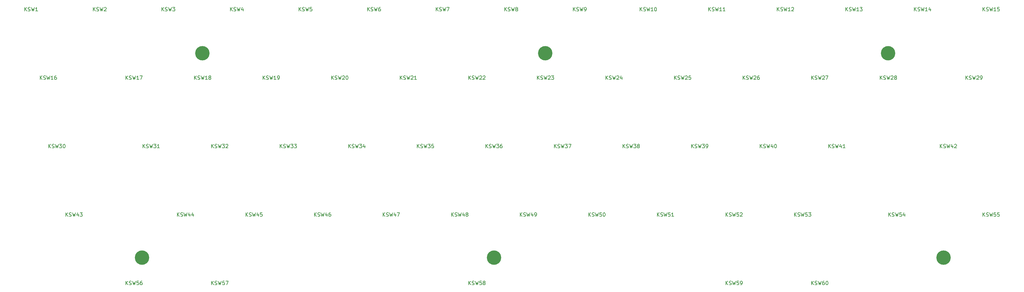
<source format=gbr>
%TF.GenerationSoftware,KiCad,Pcbnew,(6.0.1)*%
%TF.CreationDate,2022-02-05T13:44:01+09:00*%
%TF.ProjectId,yuiop60hh5,7975696f-7036-4306-9868-352e6b696361,5*%
%TF.SameCoordinates,Original*%
%TF.FileFunction,Legend,Top*%
%TF.FilePolarity,Positive*%
%FSLAX46Y46*%
G04 Gerber Fmt 4.6, Leading zero omitted, Abs format (unit mm)*
G04 Created by KiCad (PCBNEW (6.0.1)) date 2022-02-05 13:44:01*
%MOMM*%
%LPD*%
G01*
G04 APERTURE LIST*
%ADD10C,0.150000*%
%ADD11C,4.000000*%
G04 APERTURE END LIST*
D10*
%TO.C,KSW1*%
X77364285Y-101662380D02*
X77364285Y-100662380D01*
X77935714Y-101662380D02*
X77507142Y-101090952D01*
X77935714Y-100662380D02*
X77364285Y-101233809D01*
X78316666Y-101614761D02*
X78459523Y-101662380D01*
X78697619Y-101662380D01*
X78792857Y-101614761D01*
X78840476Y-101567142D01*
X78888095Y-101471904D01*
X78888095Y-101376666D01*
X78840476Y-101281428D01*
X78792857Y-101233809D01*
X78697619Y-101186190D01*
X78507142Y-101138571D01*
X78411904Y-101090952D01*
X78364285Y-101043333D01*
X78316666Y-100948095D01*
X78316666Y-100852857D01*
X78364285Y-100757619D01*
X78411904Y-100710000D01*
X78507142Y-100662380D01*
X78745238Y-100662380D01*
X78888095Y-100710000D01*
X79221428Y-100662380D02*
X79459523Y-101662380D01*
X79650000Y-100948095D01*
X79840476Y-101662380D01*
X80078571Y-100662380D01*
X80983333Y-101662380D02*
X80411904Y-101662380D01*
X80697619Y-101662380D02*
X80697619Y-100662380D01*
X80602380Y-100805238D01*
X80507142Y-100900476D01*
X80411904Y-100948095D01*
%TO.C,KSW2*%
X96414285Y-101662380D02*
X96414285Y-100662380D01*
X96985714Y-101662380D02*
X96557142Y-101090952D01*
X96985714Y-100662380D02*
X96414285Y-101233809D01*
X97366666Y-101614761D02*
X97509523Y-101662380D01*
X97747619Y-101662380D01*
X97842857Y-101614761D01*
X97890476Y-101567142D01*
X97938095Y-101471904D01*
X97938095Y-101376666D01*
X97890476Y-101281428D01*
X97842857Y-101233809D01*
X97747619Y-101186190D01*
X97557142Y-101138571D01*
X97461904Y-101090952D01*
X97414285Y-101043333D01*
X97366666Y-100948095D01*
X97366666Y-100852857D01*
X97414285Y-100757619D01*
X97461904Y-100710000D01*
X97557142Y-100662380D01*
X97795238Y-100662380D01*
X97938095Y-100710000D01*
X98271428Y-100662380D02*
X98509523Y-101662380D01*
X98700000Y-100948095D01*
X98890476Y-101662380D01*
X99128571Y-100662380D01*
X99461904Y-100757619D02*
X99509523Y-100710000D01*
X99604761Y-100662380D01*
X99842857Y-100662380D01*
X99938095Y-100710000D01*
X99985714Y-100757619D01*
X100033333Y-100852857D01*
X100033333Y-100948095D01*
X99985714Y-101090952D01*
X99414285Y-101662380D01*
X100033333Y-101662380D01*
%TO.C,KSW3*%
X115464285Y-101662380D02*
X115464285Y-100662380D01*
X116035714Y-101662380D02*
X115607142Y-101090952D01*
X116035714Y-100662380D02*
X115464285Y-101233809D01*
X116416666Y-101614761D02*
X116559523Y-101662380D01*
X116797619Y-101662380D01*
X116892857Y-101614761D01*
X116940476Y-101567142D01*
X116988095Y-101471904D01*
X116988095Y-101376666D01*
X116940476Y-101281428D01*
X116892857Y-101233809D01*
X116797619Y-101186190D01*
X116607142Y-101138571D01*
X116511904Y-101090952D01*
X116464285Y-101043333D01*
X116416666Y-100948095D01*
X116416666Y-100852857D01*
X116464285Y-100757619D01*
X116511904Y-100710000D01*
X116607142Y-100662380D01*
X116845238Y-100662380D01*
X116988095Y-100710000D01*
X117321428Y-100662380D02*
X117559523Y-101662380D01*
X117750000Y-100948095D01*
X117940476Y-101662380D01*
X118178571Y-100662380D01*
X118464285Y-100662380D02*
X119083333Y-100662380D01*
X118750000Y-101043333D01*
X118892857Y-101043333D01*
X118988095Y-101090952D01*
X119035714Y-101138571D01*
X119083333Y-101233809D01*
X119083333Y-101471904D01*
X119035714Y-101567142D01*
X118988095Y-101614761D01*
X118892857Y-101662380D01*
X118607142Y-101662380D01*
X118511904Y-101614761D01*
X118464285Y-101567142D01*
%TO.C,KSW4*%
X134514285Y-101662380D02*
X134514285Y-100662380D01*
X135085714Y-101662380D02*
X134657142Y-101090952D01*
X135085714Y-100662380D02*
X134514285Y-101233809D01*
X135466666Y-101614761D02*
X135609523Y-101662380D01*
X135847619Y-101662380D01*
X135942857Y-101614761D01*
X135990476Y-101567142D01*
X136038095Y-101471904D01*
X136038095Y-101376666D01*
X135990476Y-101281428D01*
X135942857Y-101233809D01*
X135847619Y-101186190D01*
X135657142Y-101138571D01*
X135561904Y-101090952D01*
X135514285Y-101043333D01*
X135466666Y-100948095D01*
X135466666Y-100852857D01*
X135514285Y-100757619D01*
X135561904Y-100710000D01*
X135657142Y-100662380D01*
X135895238Y-100662380D01*
X136038095Y-100710000D01*
X136371428Y-100662380D02*
X136609523Y-101662380D01*
X136800000Y-100948095D01*
X136990476Y-101662380D01*
X137228571Y-100662380D01*
X138038095Y-100995714D02*
X138038095Y-101662380D01*
X137800000Y-100614761D02*
X137561904Y-101329047D01*
X138180952Y-101329047D01*
%TO.C,KSW5*%
X153564285Y-101662380D02*
X153564285Y-100662380D01*
X154135714Y-101662380D02*
X153707142Y-101090952D01*
X154135714Y-100662380D02*
X153564285Y-101233809D01*
X154516666Y-101614761D02*
X154659523Y-101662380D01*
X154897619Y-101662380D01*
X154992857Y-101614761D01*
X155040476Y-101567142D01*
X155088095Y-101471904D01*
X155088095Y-101376666D01*
X155040476Y-101281428D01*
X154992857Y-101233809D01*
X154897619Y-101186190D01*
X154707142Y-101138571D01*
X154611904Y-101090952D01*
X154564285Y-101043333D01*
X154516666Y-100948095D01*
X154516666Y-100852857D01*
X154564285Y-100757619D01*
X154611904Y-100710000D01*
X154707142Y-100662380D01*
X154945238Y-100662380D01*
X155088095Y-100710000D01*
X155421428Y-100662380D02*
X155659523Y-101662380D01*
X155850000Y-100948095D01*
X156040476Y-101662380D01*
X156278571Y-100662380D01*
X157135714Y-100662380D02*
X156659523Y-100662380D01*
X156611904Y-101138571D01*
X156659523Y-101090952D01*
X156754761Y-101043333D01*
X156992857Y-101043333D01*
X157088095Y-101090952D01*
X157135714Y-101138571D01*
X157183333Y-101233809D01*
X157183333Y-101471904D01*
X157135714Y-101567142D01*
X157088095Y-101614761D01*
X156992857Y-101662380D01*
X156754761Y-101662380D01*
X156659523Y-101614761D01*
X156611904Y-101567142D01*
%TO.C,KSW6*%
X172614285Y-101662380D02*
X172614285Y-100662380D01*
X173185714Y-101662380D02*
X172757142Y-101090952D01*
X173185714Y-100662380D02*
X172614285Y-101233809D01*
X173566666Y-101614761D02*
X173709523Y-101662380D01*
X173947619Y-101662380D01*
X174042857Y-101614761D01*
X174090476Y-101567142D01*
X174138095Y-101471904D01*
X174138095Y-101376666D01*
X174090476Y-101281428D01*
X174042857Y-101233809D01*
X173947619Y-101186190D01*
X173757142Y-101138571D01*
X173661904Y-101090952D01*
X173614285Y-101043333D01*
X173566666Y-100948095D01*
X173566666Y-100852857D01*
X173614285Y-100757619D01*
X173661904Y-100710000D01*
X173757142Y-100662380D01*
X173995238Y-100662380D01*
X174138095Y-100710000D01*
X174471428Y-100662380D02*
X174709523Y-101662380D01*
X174900000Y-100948095D01*
X175090476Y-101662380D01*
X175328571Y-100662380D01*
X176138095Y-100662380D02*
X175947619Y-100662380D01*
X175852380Y-100710000D01*
X175804761Y-100757619D01*
X175709523Y-100900476D01*
X175661904Y-101090952D01*
X175661904Y-101471904D01*
X175709523Y-101567142D01*
X175757142Y-101614761D01*
X175852380Y-101662380D01*
X176042857Y-101662380D01*
X176138095Y-101614761D01*
X176185714Y-101567142D01*
X176233333Y-101471904D01*
X176233333Y-101233809D01*
X176185714Y-101138571D01*
X176138095Y-101090952D01*
X176042857Y-101043333D01*
X175852380Y-101043333D01*
X175757142Y-101090952D01*
X175709523Y-101138571D01*
X175661904Y-101233809D01*
%TO.C,KSW7*%
X191664285Y-101662380D02*
X191664285Y-100662380D01*
X192235714Y-101662380D02*
X191807142Y-101090952D01*
X192235714Y-100662380D02*
X191664285Y-101233809D01*
X192616666Y-101614761D02*
X192759523Y-101662380D01*
X192997619Y-101662380D01*
X193092857Y-101614761D01*
X193140476Y-101567142D01*
X193188095Y-101471904D01*
X193188095Y-101376666D01*
X193140476Y-101281428D01*
X193092857Y-101233809D01*
X192997619Y-101186190D01*
X192807142Y-101138571D01*
X192711904Y-101090952D01*
X192664285Y-101043333D01*
X192616666Y-100948095D01*
X192616666Y-100852857D01*
X192664285Y-100757619D01*
X192711904Y-100710000D01*
X192807142Y-100662380D01*
X193045238Y-100662380D01*
X193188095Y-100710000D01*
X193521428Y-100662380D02*
X193759523Y-101662380D01*
X193950000Y-100948095D01*
X194140476Y-101662380D01*
X194378571Y-100662380D01*
X194664285Y-100662380D02*
X195330952Y-100662380D01*
X194902380Y-101662380D01*
%TO.C,KSW8*%
X210714285Y-101662380D02*
X210714285Y-100662380D01*
X211285714Y-101662380D02*
X210857142Y-101090952D01*
X211285714Y-100662380D02*
X210714285Y-101233809D01*
X211666666Y-101614761D02*
X211809523Y-101662380D01*
X212047619Y-101662380D01*
X212142857Y-101614761D01*
X212190476Y-101567142D01*
X212238095Y-101471904D01*
X212238095Y-101376666D01*
X212190476Y-101281428D01*
X212142857Y-101233809D01*
X212047619Y-101186190D01*
X211857142Y-101138571D01*
X211761904Y-101090952D01*
X211714285Y-101043333D01*
X211666666Y-100948095D01*
X211666666Y-100852857D01*
X211714285Y-100757619D01*
X211761904Y-100710000D01*
X211857142Y-100662380D01*
X212095238Y-100662380D01*
X212238095Y-100710000D01*
X212571428Y-100662380D02*
X212809523Y-101662380D01*
X213000000Y-100948095D01*
X213190476Y-101662380D01*
X213428571Y-100662380D01*
X213952380Y-101090952D02*
X213857142Y-101043333D01*
X213809523Y-100995714D01*
X213761904Y-100900476D01*
X213761904Y-100852857D01*
X213809523Y-100757619D01*
X213857142Y-100710000D01*
X213952380Y-100662380D01*
X214142857Y-100662380D01*
X214238095Y-100710000D01*
X214285714Y-100757619D01*
X214333333Y-100852857D01*
X214333333Y-100900476D01*
X214285714Y-100995714D01*
X214238095Y-101043333D01*
X214142857Y-101090952D01*
X213952380Y-101090952D01*
X213857142Y-101138571D01*
X213809523Y-101186190D01*
X213761904Y-101281428D01*
X213761904Y-101471904D01*
X213809523Y-101567142D01*
X213857142Y-101614761D01*
X213952380Y-101662380D01*
X214142857Y-101662380D01*
X214238095Y-101614761D01*
X214285714Y-101567142D01*
X214333333Y-101471904D01*
X214333333Y-101281428D01*
X214285714Y-101186190D01*
X214238095Y-101138571D01*
X214142857Y-101090952D01*
%TO.C,KSW9*%
X229764285Y-101662380D02*
X229764285Y-100662380D01*
X230335714Y-101662380D02*
X229907142Y-101090952D01*
X230335714Y-100662380D02*
X229764285Y-101233809D01*
X230716666Y-101614761D02*
X230859523Y-101662380D01*
X231097619Y-101662380D01*
X231192857Y-101614761D01*
X231240476Y-101567142D01*
X231288095Y-101471904D01*
X231288095Y-101376666D01*
X231240476Y-101281428D01*
X231192857Y-101233809D01*
X231097619Y-101186190D01*
X230907142Y-101138571D01*
X230811904Y-101090952D01*
X230764285Y-101043333D01*
X230716666Y-100948095D01*
X230716666Y-100852857D01*
X230764285Y-100757619D01*
X230811904Y-100710000D01*
X230907142Y-100662380D01*
X231145238Y-100662380D01*
X231288095Y-100710000D01*
X231621428Y-100662380D02*
X231859523Y-101662380D01*
X232050000Y-100948095D01*
X232240476Y-101662380D01*
X232478571Y-100662380D01*
X232907142Y-101662380D02*
X233097619Y-101662380D01*
X233192857Y-101614761D01*
X233240476Y-101567142D01*
X233335714Y-101424285D01*
X233383333Y-101233809D01*
X233383333Y-100852857D01*
X233335714Y-100757619D01*
X233288095Y-100710000D01*
X233192857Y-100662380D01*
X233002380Y-100662380D01*
X232907142Y-100710000D01*
X232859523Y-100757619D01*
X232811904Y-100852857D01*
X232811904Y-101090952D01*
X232859523Y-101186190D01*
X232907142Y-101233809D01*
X233002380Y-101281428D01*
X233192857Y-101281428D01*
X233288095Y-101233809D01*
X233335714Y-101186190D01*
X233383333Y-101090952D01*
%TO.C,KSW10*%
X248338095Y-101662380D02*
X248338095Y-100662380D01*
X248909523Y-101662380D02*
X248480952Y-101090952D01*
X248909523Y-100662380D02*
X248338095Y-101233809D01*
X249290476Y-101614761D02*
X249433333Y-101662380D01*
X249671428Y-101662380D01*
X249766666Y-101614761D01*
X249814285Y-101567142D01*
X249861904Y-101471904D01*
X249861904Y-101376666D01*
X249814285Y-101281428D01*
X249766666Y-101233809D01*
X249671428Y-101186190D01*
X249480952Y-101138571D01*
X249385714Y-101090952D01*
X249338095Y-101043333D01*
X249290476Y-100948095D01*
X249290476Y-100852857D01*
X249338095Y-100757619D01*
X249385714Y-100710000D01*
X249480952Y-100662380D01*
X249719047Y-100662380D01*
X249861904Y-100710000D01*
X250195238Y-100662380D02*
X250433333Y-101662380D01*
X250623809Y-100948095D01*
X250814285Y-101662380D01*
X251052380Y-100662380D01*
X251957142Y-101662380D02*
X251385714Y-101662380D01*
X251671428Y-101662380D02*
X251671428Y-100662380D01*
X251576190Y-100805238D01*
X251480952Y-100900476D01*
X251385714Y-100948095D01*
X252576190Y-100662380D02*
X252671428Y-100662380D01*
X252766666Y-100710000D01*
X252814285Y-100757619D01*
X252861904Y-100852857D01*
X252909523Y-101043333D01*
X252909523Y-101281428D01*
X252861904Y-101471904D01*
X252814285Y-101567142D01*
X252766666Y-101614761D01*
X252671428Y-101662380D01*
X252576190Y-101662380D01*
X252480952Y-101614761D01*
X252433333Y-101567142D01*
X252385714Y-101471904D01*
X252338095Y-101281428D01*
X252338095Y-101043333D01*
X252385714Y-100852857D01*
X252433333Y-100757619D01*
X252480952Y-100710000D01*
X252576190Y-100662380D01*
%TO.C,KSW11*%
X267388095Y-101662380D02*
X267388095Y-100662380D01*
X267959523Y-101662380D02*
X267530952Y-101090952D01*
X267959523Y-100662380D02*
X267388095Y-101233809D01*
X268340476Y-101614761D02*
X268483333Y-101662380D01*
X268721428Y-101662380D01*
X268816666Y-101614761D01*
X268864285Y-101567142D01*
X268911904Y-101471904D01*
X268911904Y-101376666D01*
X268864285Y-101281428D01*
X268816666Y-101233809D01*
X268721428Y-101186190D01*
X268530952Y-101138571D01*
X268435714Y-101090952D01*
X268388095Y-101043333D01*
X268340476Y-100948095D01*
X268340476Y-100852857D01*
X268388095Y-100757619D01*
X268435714Y-100710000D01*
X268530952Y-100662380D01*
X268769047Y-100662380D01*
X268911904Y-100710000D01*
X269245238Y-100662380D02*
X269483333Y-101662380D01*
X269673809Y-100948095D01*
X269864285Y-101662380D01*
X270102380Y-100662380D01*
X271007142Y-101662380D02*
X270435714Y-101662380D01*
X270721428Y-101662380D02*
X270721428Y-100662380D01*
X270626190Y-100805238D01*
X270530952Y-100900476D01*
X270435714Y-100948095D01*
X271959523Y-101662380D02*
X271388095Y-101662380D01*
X271673809Y-101662380D02*
X271673809Y-100662380D01*
X271578571Y-100805238D01*
X271483333Y-100900476D01*
X271388095Y-100948095D01*
%TO.C,KSW12*%
X286438095Y-101662380D02*
X286438095Y-100662380D01*
X287009523Y-101662380D02*
X286580952Y-101090952D01*
X287009523Y-100662380D02*
X286438095Y-101233809D01*
X287390476Y-101614761D02*
X287533333Y-101662380D01*
X287771428Y-101662380D01*
X287866666Y-101614761D01*
X287914285Y-101567142D01*
X287961904Y-101471904D01*
X287961904Y-101376666D01*
X287914285Y-101281428D01*
X287866666Y-101233809D01*
X287771428Y-101186190D01*
X287580952Y-101138571D01*
X287485714Y-101090952D01*
X287438095Y-101043333D01*
X287390476Y-100948095D01*
X287390476Y-100852857D01*
X287438095Y-100757619D01*
X287485714Y-100710000D01*
X287580952Y-100662380D01*
X287819047Y-100662380D01*
X287961904Y-100710000D01*
X288295238Y-100662380D02*
X288533333Y-101662380D01*
X288723809Y-100948095D01*
X288914285Y-101662380D01*
X289152380Y-100662380D01*
X290057142Y-101662380D02*
X289485714Y-101662380D01*
X289771428Y-101662380D02*
X289771428Y-100662380D01*
X289676190Y-100805238D01*
X289580952Y-100900476D01*
X289485714Y-100948095D01*
X290438095Y-100757619D02*
X290485714Y-100710000D01*
X290580952Y-100662380D01*
X290819047Y-100662380D01*
X290914285Y-100710000D01*
X290961904Y-100757619D01*
X291009523Y-100852857D01*
X291009523Y-100948095D01*
X290961904Y-101090952D01*
X290390476Y-101662380D01*
X291009523Y-101662380D01*
%TO.C,KSW14*%
X324538095Y-101662380D02*
X324538095Y-100662380D01*
X325109523Y-101662380D02*
X324680952Y-101090952D01*
X325109523Y-100662380D02*
X324538095Y-101233809D01*
X325490476Y-101614761D02*
X325633333Y-101662380D01*
X325871428Y-101662380D01*
X325966666Y-101614761D01*
X326014285Y-101567142D01*
X326061904Y-101471904D01*
X326061904Y-101376666D01*
X326014285Y-101281428D01*
X325966666Y-101233809D01*
X325871428Y-101186190D01*
X325680952Y-101138571D01*
X325585714Y-101090952D01*
X325538095Y-101043333D01*
X325490476Y-100948095D01*
X325490476Y-100852857D01*
X325538095Y-100757619D01*
X325585714Y-100710000D01*
X325680952Y-100662380D01*
X325919047Y-100662380D01*
X326061904Y-100710000D01*
X326395238Y-100662380D02*
X326633333Y-101662380D01*
X326823809Y-100948095D01*
X327014285Y-101662380D01*
X327252380Y-100662380D01*
X328157142Y-101662380D02*
X327585714Y-101662380D01*
X327871428Y-101662380D02*
X327871428Y-100662380D01*
X327776190Y-100805238D01*
X327680952Y-100900476D01*
X327585714Y-100948095D01*
X329014285Y-100995714D02*
X329014285Y-101662380D01*
X328776190Y-100614761D02*
X328538095Y-101329047D01*
X329157142Y-101329047D01*
%TO.C,KSW15*%
X343588095Y-101662380D02*
X343588095Y-100662380D01*
X344159523Y-101662380D02*
X343730952Y-101090952D01*
X344159523Y-100662380D02*
X343588095Y-101233809D01*
X344540476Y-101614761D02*
X344683333Y-101662380D01*
X344921428Y-101662380D01*
X345016666Y-101614761D01*
X345064285Y-101567142D01*
X345111904Y-101471904D01*
X345111904Y-101376666D01*
X345064285Y-101281428D01*
X345016666Y-101233809D01*
X344921428Y-101186190D01*
X344730952Y-101138571D01*
X344635714Y-101090952D01*
X344588095Y-101043333D01*
X344540476Y-100948095D01*
X344540476Y-100852857D01*
X344588095Y-100757619D01*
X344635714Y-100710000D01*
X344730952Y-100662380D01*
X344969047Y-100662380D01*
X345111904Y-100710000D01*
X345445238Y-100662380D02*
X345683333Y-101662380D01*
X345873809Y-100948095D01*
X346064285Y-101662380D01*
X346302380Y-100662380D01*
X347207142Y-101662380D02*
X346635714Y-101662380D01*
X346921428Y-101662380D02*
X346921428Y-100662380D01*
X346826190Y-100805238D01*
X346730952Y-100900476D01*
X346635714Y-100948095D01*
X348111904Y-100662380D02*
X347635714Y-100662380D01*
X347588095Y-101138571D01*
X347635714Y-101090952D01*
X347730952Y-101043333D01*
X347969047Y-101043333D01*
X348064285Y-101090952D01*
X348111904Y-101138571D01*
X348159523Y-101233809D01*
X348159523Y-101471904D01*
X348111904Y-101567142D01*
X348064285Y-101614761D01*
X347969047Y-101662380D01*
X347730952Y-101662380D01*
X347635714Y-101614761D01*
X347588095Y-101567142D01*
%TO.C,KSW16*%
X81650595Y-120712380D02*
X81650595Y-119712380D01*
X82222023Y-120712380D02*
X81793452Y-120140952D01*
X82222023Y-119712380D02*
X81650595Y-120283809D01*
X82602976Y-120664761D02*
X82745833Y-120712380D01*
X82983928Y-120712380D01*
X83079166Y-120664761D01*
X83126785Y-120617142D01*
X83174404Y-120521904D01*
X83174404Y-120426666D01*
X83126785Y-120331428D01*
X83079166Y-120283809D01*
X82983928Y-120236190D01*
X82793452Y-120188571D01*
X82698214Y-120140952D01*
X82650595Y-120093333D01*
X82602976Y-119998095D01*
X82602976Y-119902857D01*
X82650595Y-119807619D01*
X82698214Y-119760000D01*
X82793452Y-119712380D01*
X83031547Y-119712380D01*
X83174404Y-119760000D01*
X83507738Y-119712380D02*
X83745833Y-120712380D01*
X83936309Y-119998095D01*
X84126785Y-120712380D01*
X84364880Y-119712380D01*
X85269642Y-120712380D02*
X84698214Y-120712380D01*
X84983928Y-120712380D02*
X84983928Y-119712380D01*
X84888690Y-119855238D01*
X84793452Y-119950476D01*
X84698214Y-119998095D01*
X86126785Y-119712380D02*
X85936309Y-119712380D01*
X85841071Y-119760000D01*
X85793452Y-119807619D01*
X85698214Y-119950476D01*
X85650595Y-120140952D01*
X85650595Y-120521904D01*
X85698214Y-120617142D01*
X85745833Y-120664761D01*
X85841071Y-120712380D01*
X86031547Y-120712380D01*
X86126785Y-120664761D01*
X86174404Y-120617142D01*
X86222023Y-120521904D01*
X86222023Y-120283809D01*
X86174404Y-120188571D01*
X86126785Y-120140952D01*
X86031547Y-120093333D01*
X85841071Y-120093333D01*
X85745833Y-120140952D01*
X85698214Y-120188571D01*
X85650595Y-120283809D01*
%TO.C,KSW17*%
X105463095Y-120712380D02*
X105463095Y-119712380D01*
X106034523Y-120712380D02*
X105605952Y-120140952D01*
X106034523Y-119712380D02*
X105463095Y-120283809D01*
X106415476Y-120664761D02*
X106558333Y-120712380D01*
X106796428Y-120712380D01*
X106891666Y-120664761D01*
X106939285Y-120617142D01*
X106986904Y-120521904D01*
X106986904Y-120426666D01*
X106939285Y-120331428D01*
X106891666Y-120283809D01*
X106796428Y-120236190D01*
X106605952Y-120188571D01*
X106510714Y-120140952D01*
X106463095Y-120093333D01*
X106415476Y-119998095D01*
X106415476Y-119902857D01*
X106463095Y-119807619D01*
X106510714Y-119760000D01*
X106605952Y-119712380D01*
X106844047Y-119712380D01*
X106986904Y-119760000D01*
X107320238Y-119712380D02*
X107558333Y-120712380D01*
X107748809Y-119998095D01*
X107939285Y-120712380D01*
X108177380Y-119712380D01*
X109082142Y-120712380D02*
X108510714Y-120712380D01*
X108796428Y-120712380D02*
X108796428Y-119712380D01*
X108701190Y-119855238D01*
X108605952Y-119950476D01*
X108510714Y-119998095D01*
X109415476Y-119712380D02*
X110082142Y-119712380D01*
X109653571Y-120712380D01*
%TO.C,KSW18*%
X124513095Y-120712380D02*
X124513095Y-119712380D01*
X125084523Y-120712380D02*
X124655952Y-120140952D01*
X125084523Y-119712380D02*
X124513095Y-120283809D01*
X125465476Y-120664761D02*
X125608333Y-120712380D01*
X125846428Y-120712380D01*
X125941666Y-120664761D01*
X125989285Y-120617142D01*
X126036904Y-120521904D01*
X126036904Y-120426666D01*
X125989285Y-120331428D01*
X125941666Y-120283809D01*
X125846428Y-120236190D01*
X125655952Y-120188571D01*
X125560714Y-120140952D01*
X125513095Y-120093333D01*
X125465476Y-119998095D01*
X125465476Y-119902857D01*
X125513095Y-119807619D01*
X125560714Y-119760000D01*
X125655952Y-119712380D01*
X125894047Y-119712380D01*
X126036904Y-119760000D01*
X126370238Y-119712380D02*
X126608333Y-120712380D01*
X126798809Y-119998095D01*
X126989285Y-120712380D01*
X127227380Y-119712380D01*
X128132142Y-120712380D02*
X127560714Y-120712380D01*
X127846428Y-120712380D02*
X127846428Y-119712380D01*
X127751190Y-119855238D01*
X127655952Y-119950476D01*
X127560714Y-119998095D01*
X128703571Y-120140952D02*
X128608333Y-120093333D01*
X128560714Y-120045714D01*
X128513095Y-119950476D01*
X128513095Y-119902857D01*
X128560714Y-119807619D01*
X128608333Y-119760000D01*
X128703571Y-119712380D01*
X128894047Y-119712380D01*
X128989285Y-119760000D01*
X129036904Y-119807619D01*
X129084523Y-119902857D01*
X129084523Y-119950476D01*
X129036904Y-120045714D01*
X128989285Y-120093333D01*
X128894047Y-120140952D01*
X128703571Y-120140952D01*
X128608333Y-120188571D01*
X128560714Y-120236190D01*
X128513095Y-120331428D01*
X128513095Y-120521904D01*
X128560714Y-120617142D01*
X128608333Y-120664761D01*
X128703571Y-120712380D01*
X128894047Y-120712380D01*
X128989285Y-120664761D01*
X129036904Y-120617142D01*
X129084523Y-120521904D01*
X129084523Y-120331428D01*
X129036904Y-120236190D01*
X128989285Y-120188571D01*
X128894047Y-120140952D01*
%TO.C,KSW19*%
X143563095Y-120712380D02*
X143563095Y-119712380D01*
X144134523Y-120712380D02*
X143705952Y-120140952D01*
X144134523Y-119712380D02*
X143563095Y-120283809D01*
X144515476Y-120664761D02*
X144658333Y-120712380D01*
X144896428Y-120712380D01*
X144991666Y-120664761D01*
X145039285Y-120617142D01*
X145086904Y-120521904D01*
X145086904Y-120426666D01*
X145039285Y-120331428D01*
X144991666Y-120283809D01*
X144896428Y-120236190D01*
X144705952Y-120188571D01*
X144610714Y-120140952D01*
X144563095Y-120093333D01*
X144515476Y-119998095D01*
X144515476Y-119902857D01*
X144563095Y-119807619D01*
X144610714Y-119760000D01*
X144705952Y-119712380D01*
X144944047Y-119712380D01*
X145086904Y-119760000D01*
X145420238Y-119712380D02*
X145658333Y-120712380D01*
X145848809Y-119998095D01*
X146039285Y-120712380D01*
X146277380Y-119712380D01*
X147182142Y-120712380D02*
X146610714Y-120712380D01*
X146896428Y-120712380D02*
X146896428Y-119712380D01*
X146801190Y-119855238D01*
X146705952Y-119950476D01*
X146610714Y-119998095D01*
X147658333Y-120712380D02*
X147848809Y-120712380D01*
X147944047Y-120664761D01*
X147991666Y-120617142D01*
X148086904Y-120474285D01*
X148134523Y-120283809D01*
X148134523Y-119902857D01*
X148086904Y-119807619D01*
X148039285Y-119760000D01*
X147944047Y-119712380D01*
X147753571Y-119712380D01*
X147658333Y-119760000D01*
X147610714Y-119807619D01*
X147563095Y-119902857D01*
X147563095Y-120140952D01*
X147610714Y-120236190D01*
X147658333Y-120283809D01*
X147753571Y-120331428D01*
X147944047Y-120331428D01*
X148039285Y-120283809D01*
X148086904Y-120236190D01*
X148134523Y-120140952D01*
%TO.C,KSW20*%
X162613095Y-120712380D02*
X162613095Y-119712380D01*
X163184523Y-120712380D02*
X162755952Y-120140952D01*
X163184523Y-119712380D02*
X162613095Y-120283809D01*
X163565476Y-120664761D02*
X163708333Y-120712380D01*
X163946428Y-120712380D01*
X164041666Y-120664761D01*
X164089285Y-120617142D01*
X164136904Y-120521904D01*
X164136904Y-120426666D01*
X164089285Y-120331428D01*
X164041666Y-120283809D01*
X163946428Y-120236190D01*
X163755952Y-120188571D01*
X163660714Y-120140952D01*
X163613095Y-120093333D01*
X163565476Y-119998095D01*
X163565476Y-119902857D01*
X163613095Y-119807619D01*
X163660714Y-119760000D01*
X163755952Y-119712380D01*
X163994047Y-119712380D01*
X164136904Y-119760000D01*
X164470238Y-119712380D02*
X164708333Y-120712380D01*
X164898809Y-119998095D01*
X165089285Y-120712380D01*
X165327380Y-119712380D01*
X165660714Y-119807619D02*
X165708333Y-119760000D01*
X165803571Y-119712380D01*
X166041666Y-119712380D01*
X166136904Y-119760000D01*
X166184523Y-119807619D01*
X166232142Y-119902857D01*
X166232142Y-119998095D01*
X166184523Y-120140952D01*
X165613095Y-120712380D01*
X166232142Y-120712380D01*
X166851190Y-119712380D02*
X166946428Y-119712380D01*
X167041666Y-119760000D01*
X167089285Y-119807619D01*
X167136904Y-119902857D01*
X167184523Y-120093333D01*
X167184523Y-120331428D01*
X167136904Y-120521904D01*
X167089285Y-120617142D01*
X167041666Y-120664761D01*
X166946428Y-120712380D01*
X166851190Y-120712380D01*
X166755952Y-120664761D01*
X166708333Y-120617142D01*
X166660714Y-120521904D01*
X166613095Y-120331428D01*
X166613095Y-120093333D01*
X166660714Y-119902857D01*
X166708333Y-119807619D01*
X166755952Y-119760000D01*
X166851190Y-119712380D01*
%TO.C,KSW21*%
X181663095Y-120712380D02*
X181663095Y-119712380D01*
X182234523Y-120712380D02*
X181805952Y-120140952D01*
X182234523Y-119712380D02*
X181663095Y-120283809D01*
X182615476Y-120664761D02*
X182758333Y-120712380D01*
X182996428Y-120712380D01*
X183091666Y-120664761D01*
X183139285Y-120617142D01*
X183186904Y-120521904D01*
X183186904Y-120426666D01*
X183139285Y-120331428D01*
X183091666Y-120283809D01*
X182996428Y-120236190D01*
X182805952Y-120188571D01*
X182710714Y-120140952D01*
X182663095Y-120093333D01*
X182615476Y-119998095D01*
X182615476Y-119902857D01*
X182663095Y-119807619D01*
X182710714Y-119760000D01*
X182805952Y-119712380D01*
X183044047Y-119712380D01*
X183186904Y-119760000D01*
X183520238Y-119712380D02*
X183758333Y-120712380D01*
X183948809Y-119998095D01*
X184139285Y-120712380D01*
X184377380Y-119712380D01*
X184710714Y-119807619D02*
X184758333Y-119760000D01*
X184853571Y-119712380D01*
X185091666Y-119712380D01*
X185186904Y-119760000D01*
X185234523Y-119807619D01*
X185282142Y-119902857D01*
X185282142Y-119998095D01*
X185234523Y-120140952D01*
X184663095Y-120712380D01*
X185282142Y-120712380D01*
X186234523Y-120712380D02*
X185663095Y-120712380D01*
X185948809Y-120712380D02*
X185948809Y-119712380D01*
X185853571Y-119855238D01*
X185758333Y-119950476D01*
X185663095Y-119998095D01*
%TO.C,KSW22*%
X200713095Y-120712380D02*
X200713095Y-119712380D01*
X201284523Y-120712380D02*
X200855952Y-120140952D01*
X201284523Y-119712380D02*
X200713095Y-120283809D01*
X201665476Y-120664761D02*
X201808333Y-120712380D01*
X202046428Y-120712380D01*
X202141666Y-120664761D01*
X202189285Y-120617142D01*
X202236904Y-120521904D01*
X202236904Y-120426666D01*
X202189285Y-120331428D01*
X202141666Y-120283809D01*
X202046428Y-120236190D01*
X201855952Y-120188571D01*
X201760714Y-120140952D01*
X201713095Y-120093333D01*
X201665476Y-119998095D01*
X201665476Y-119902857D01*
X201713095Y-119807619D01*
X201760714Y-119760000D01*
X201855952Y-119712380D01*
X202094047Y-119712380D01*
X202236904Y-119760000D01*
X202570238Y-119712380D02*
X202808333Y-120712380D01*
X202998809Y-119998095D01*
X203189285Y-120712380D01*
X203427380Y-119712380D01*
X203760714Y-119807619D02*
X203808333Y-119760000D01*
X203903571Y-119712380D01*
X204141666Y-119712380D01*
X204236904Y-119760000D01*
X204284523Y-119807619D01*
X204332142Y-119902857D01*
X204332142Y-119998095D01*
X204284523Y-120140952D01*
X203713095Y-120712380D01*
X204332142Y-120712380D01*
X204713095Y-119807619D02*
X204760714Y-119760000D01*
X204855952Y-119712380D01*
X205094047Y-119712380D01*
X205189285Y-119760000D01*
X205236904Y-119807619D01*
X205284523Y-119902857D01*
X205284523Y-119998095D01*
X205236904Y-120140952D01*
X204665476Y-120712380D01*
X205284523Y-120712380D01*
%TO.C,KSW23*%
X219763095Y-120712380D02*
X219763095Y-119712380D01*
X220334523Y-120712380D02*
X219905952Y-120140952D01*
X220334523Y-119712380D02*
X219763095Y-120283809D01*
X220715476Y-120664761D02*
X220858333Y-120712380D01*
X221096428Y-120712380D01*
X221191666Y-120664761D01*
X221239285Y-120617142D01*
X221286904Y-120521904D01*
X221286904Y-120426666D01*
X221239285Y-120331428D01*
X221191666Y-120283809D01*
X221096428Y-120236190D01*
X220905952Y-120188571D01*
X220810714Y-120140952D01*
X220763095Y-120093333D01*
X220715476Y-119998095D01*
X220715476Y-119902857D01*
X220763095Y-119807619D01*
X220810714Y-119760000D01*
X220905952Y-119712380D01*
X221144047Y-119712380D01*
X221286904Y-119760000D01*
X221620238Y-119712380D02*
X221858333Y-120712380D01*
X222048809Y-119998095D01*
X222239285Y-120712380D01*
X222477380Y-119712380D01*
X222810714Y-119807619D02*
X222858333Y-119760000D01*
X222953571Y-119712380D01*
X223191666Y-119712380D01*
X223286904Y-119760000D01*
X223334523Y-119807619D01*
X223382142Y-119902857D01*
X223382142Y-119998095D01*
X223334523Y-120140952D01*
X222763095Y-120712380D01*
X223382142Y-120712380D01*
X223715476Y-119712380D02*
X224334523Y-119712380D01*
X224001190Y-120093333D01*
X224144047Y-120093333D01*
X224239285Y-120140952D01*
X224286904Y-120188571D01*
X224334523Y-120283809D01*
X224334523Y-120521904D01*
X224286904Y-120617142D01*
X224239285Y-120664761D01*
X224144047Y-120712380D01*
X223858333Y-120712380D01*
X223763095Y-120664761D01*
X223715476Y-120617142D01*
%TO.C,KSW24*%
X238813095Y-120712380D02*
X238813095Y-119712380D01*
X239384523Y-120712380D02*
X238955952Y-120140952D01*
X239384523Y-119712380D02*
X238813095Y-120283809D01*
X239765476Y-120664761D02*
X239908333Y-120712380D01*
X240146428Y-120712380D01*
X240241666Y-120664761D01*
X240289285Y-120617142D01*
X240336904Y-120521904D01*
X240336904Y-120426666D01*
X240289285Y-120331428D01*
X240241666Y-120283809D01*
X240146428Y-120236190D01*
X239955952Y-120188571D01*
X239860714Y-120140952D01*
X239813095Y-120093333D01*
X239765476Y-119998095D01*
X239765476Y-119902857D01*
X239813095Y-119807619D01*
X239860714Y-119760000D01*
X239955952Y-119712380D01*
X240194047Y-119712380D01*
X240336904Y-119760000D01*
X240670238Y-119712380D02*
X240908333Y-120712380D01*
X241098809Y-119998095D01*
X241289285Y-120712380D01*
X241527380Y-119712380D01*
X241860714Y-119807619D02*
X241908333Y-119760000D01*
X242003571Y-119712380D01*
X242241666Y-119712380D01*
X242336904Y-119760000D01*
X242384523Y-119807619D01*
X242432142Y-119902857D01*
X242432142Y-119998095D01*
X242384523Y-120140952D01*
X241813095Y-120712380D01*
X242432142Y-120712380D01*
X243289285Y-120045714D02*
X243289285Y-120712380D01*
X243051190Y-119664761D02*
X242813095Y-120379047D01*
X243432142Y-120379047D01*
%TO.C,KSW25*%
X257863095Y-120712380D02*
X257863095Y-119712380D01*
X258434523Y-120712380D02*
X258005952Y-120140952D01*
X258434523Y-119712380D02*
X257863095Y-120283809D01*
X258815476Y-120664761D02*
X258958333Y-120712380D01*
X259196428Y-120712380D01*
X259291666Y-120664761D01*
X259339285Y-120617142D01*
X259386904Y-120521904D01*
X259386904Y-120426666D01*
X259339285Y-120331428D01*
X259291666Y-120283809D01*
X259196428Y-120236190D01*
X259005952Y-120188571D01*
X258910714Y-120140952D01*
X258863095Y-120093333D01*
X258815476Y-119998095D01*
X258815476Y-119902857D01*
X258863095Y-119807619D01*
X258910714Y-119760000D01*
X259005952Y-119712380D01*
X259244047Y-119712380D01*
X259386904Y-119760000D01*
X259720238Y-119712380D02*
X259958333Y-120712380D01*
X260148809Y-119998095D01*
X260339285Y-120712380D01*
X260577380Y-119712380D01*
X260910714Y-119807619D02*
X260958333Y-119760000D01*
X261053571Y-119712380D01*
X261291666Y-119712380D01*
X261386904Y-119760000D01*
X261434523Y-119807619D01*
X261482142Y-119902857D01*
X261482142Y-119998095D01*
X261434523Y-120140952D01*
X260863095Y-120712380D01*
X261482142Y-120712380D01*
X262386904Y-119712380D02*
X261910714Y-119712380D01*
X261863095Y-120188571D01*
X261910714Y-120140952D01*
X262005952Y-120093333D01*
X262244047Y-120093333D01*
X262339285Y-120140952D01*
X262386904Y-120188571D01*
X262434523Y-120283809D01*
X262434523Y-120521904D01*
X262386904Y-120617142D01*
X262339285Y-120664761D01*
X262244047Y-120712380D01*
X262005952Y-120712380D01*
X261910714Y-120664761D01*
X261863095Y-120617142D01*
%TO.C,KSW26*%
X276913095Y-120712380D02*
X276913095Y-119712380D01*
X277484523Y-120712380D02*
X277055952Y-120140952D01*
X277484523Y-119712380D02*
X276913095Y-120283809D01*
X277865476Y-120664761D02*
X278008333Y-120712380D01*
X278246428Y-120712380D01*
X278341666Y-120664761D01*
X278389285Y-120617142D01*
X278436904Y-120521904D01*
X278436904Y-120426666D01*
X278389285Y-120331428D01*
X278341666Y-120283809D01*
X278246428Y-120236190D01*
X278055952Y-120188571D01*
X277960714Y-120140952D01*
X277913095Y-120093333D01*
X277865476Y-119998095D01*
X277865476Y-119902857D01*
X277913095Y-119807619D01*
X277960714Y-119760000D01*
X278055952Y-119712380D01*
X278294047Y-119712380D01*
X278436904Y-119760000D01*
X278770238Y-119712380D02*
X279008333Y-120712380D01*
X279198809Y-119998095D01*
X279389285Y-120712380D01*
X279627380Y-119712380D01*
X279960714Y-119807619D02*
X280008333Y-119760000D01*
X280103571Y-119712380D01*
X280341666Y-119712380D01*
X280436904Y-119760000D01*
X280484523Y-119807619D01*
X280532142Y-119902857D01*
X280532142Y-119998095D01*
X280484523Y-120140952D01*
X279913095Y-120712380D01*
X280532142Y-120712380D01*
X281389285Y-119712380D02*
X281198809Y-119712380D01*
X281103571Y-119760000D01*
X281055952Y-119807619D01*
X280960714Y-119950476D01*
X280913095Y-120140952D01*
X280913095Y-120521904D01*
X280960714Y-120617142D01*
X281008333Y-120664761D01*
X281103571Y-120712380D01*
X281294047Y-120712380D01*
X281389285Y-120664761D01*
X281436904Y-120617142D01*
X281484523Y-120521904D01*
X281484523Y-120283809D01*
X281436904Y-120188571D01*
X281389285Y-120140952D01*
X281294047Y-120093333D01*
X281103571Y-120093333D01*
X281008333Y-120140952D01*
X280960714Y-120188571D01*
X280913095Y-120283809D01*
%TO.C,KSW27*%
X295963095Y-120712380D02*
X295963095Y-119712380D01*
X296534523Y-120712380D02*
X296105952Y-120140952D01*
X296534523Y-119712380D02*
X295963095Y-120283809D01*
X296915476Y-120664761D02*
X297058333Y-120712380D01*
X297296428Y-120712380D01*
X297391666Y-120664761D01*
X297439285Y-120617142D01*
X297486904Y-120521904D01*
X297486904Y-120426666D01*
X297439285Y-120331428D01*
X297391666Y-120283809D01*
X297296428Y-120236190D01*
X297105952Y-120188571D01*
X297010714Y-120140952D01*
X296963095Y-120093333D01*
X296915476Y-119998095D01*
X296915476Y-119902857D01*
X296963095Y-119807619D01*
X297010714Y-119760000D01*
X297105952Y-119712380D01*
X297344047Y-119712380D01*
X297486904Y-119760000D01*
X297820238Y-119712380D02*
X298058333Y-120712380D01*
X298248809Y-119998095D01*
X298439285Y-120712380D01*
X298677380Y-119712380D01*
X299010714Y-119807619D02*
X299058333Y-119760000D01*
X299153571Y-119712380D01*
X299391666Y-119712380D01*
X299486904Y-119760000D01*
X299534523Y-119807619D01*
X299582142Y-119902857D01*
X299582142Y-119998095D01*
X299534523Y-120140952D01*
X298963095Y-120712380D01*
X299582142Y-120712380D01*
X299915476Y-119712380D02*
X300582142Y-119712380D01*
X300153571Y-120712380D01*
%TO.C,KSW28*%
X315013095Y-120712380D02*
X315013095Y-119712380D01*
X315584523Y-120712380D02*
X315155952Y-120140952D01*
X315584523Y-119712380D02*
X315013095Y-120283809D01*
X315965476Y-120664761D02*
X316108333Y-120712380D01*
X316346428Y-120712380D01*
X316441666Y-120664761D01*
X316489285Y-120617142D01*
X316536904Y-120521904D01*
X316536904Y-120426666D01*
X316489285Y-120331428D01*
X316441666Y-120283809D01*
X316346428Y-120236190D01*
X316155952Y-120188571D01*
X316060714Y-120140952D01*
X316013095Y-120093333D01*
X315965476Y-119998095D01*
X315965476Y-119902857D01*
X316013095Y-119807619D01*
X316060714Y-119760000D01*
X316155952Y-119712380D01*
X316394047Y-119712380D01*
X316536904Y-119760000D01*
X316870238Y-119712380D02*
X317108333Y-120712380D01*
X317298809Y-119998095D01*
X317489285Y-120712380D01*
X317727380Y-119712380D01*
X318060714Y-119807619D02*
X318108333Y-119760000D01*
X318203571Y-119712380D01*
X318441666Y-119712380D01*
X318536904Y-119760000D01*
X318584523Y-119807619D01*
X318632142Y-119902857D01*
X318632142Y-119998095D01*
X318584523Y-120140952D01*
X318013095Y-120712380D01*
X318632142Y-120712380D01*
X319203571Y-120140952D02*
X319108333Y-120093333D01*
X319060714Y-120045714D01*
X319013095Y-119950476D01*
X319013095Y-119902857D01*
X319060714Y-119807619D01*
X319108333Y-119760000D01*
X319203571Y-119712380D01*
X319394047Y-119712380D01*
X319489285Y-119760000D01*
X319536904Y-119807619D01*
X319584523Y-119902857D01*
X319584523Y-119950476D01*
X319536904Y-120045714D01*
X319489285Y-120093333D01*
X319394047Y-120140952D01*
X319203571Y-120140952D01*
X319108333Y-120188571D01*
X319060714Y-120236190D01*
X319013095Y-120331428D01*
X319013095Y-120521904D01*
X319060714Y-120617142D01*
X319108333Y-120664761D01*
X319203571Y-120712380D01*
X319394047Y-120712380D01*
X319489285Y-120664761D01*
X319536904Y-120617142D01*
X319584523Y-120521904D01*
X319584523Y-120331428D01*
X319536904Y-120236190D01*
X319489285Y-120188571D01*
X319394047Y-120140952D01*
%TO.C,KSW29*%
X338825095Y-120712380D02*
X338825095Y-119712380D01*
X339396523Y-120712380D02*
X338967952Y-120140952D01*
X339396523Y-119712380D02*
X338825095Y-120283809D01*
X339777476Y-120664761D02*
X339920333Y-120712380D01*
X340158428Y-120712380D01*
X340253666Y-120664761D01*
X340301285Y-120617142D01*
X340348904Y-120521904D01*
X340348904Y-120426666D01*
X340301285Y-120331428D01*
X340253666Y-120283809D01*
X340158428Y-120236190D01*
X339967952Y-120188571D01*
X339872714Y-120140952D01*
X339825095Y-120093333D01*
X339777476Y-119998095D01*
X339777476Y-119902857D01*
X339825095Y-119807619D01*
X339872714Y-119760000D01*
X339967952Y-119712380D01*
X340206047Y-119712380D01*
X340348904Y-119760000D01*
X340682238Y-119712380D02*
X340920333Y-120712380D01*
X341110809Y-119998095D01*
X341301285Y-120712380D01*
X341539380Y-119712380D01*
X341872714Y-119807619D02*
X341920333Y-119760000D01*
X342015571Y-119712380D01*
X342253666Y-119712380D01*
X342348904Y-119760000D01*
X342396523Y-119807619D01*
X342444142Y-119902857D01*
X342444142Y-119998095D01*
X342396523Y-120140952D01*
X341825095Y-120712380D01*
X342444142Y-120712380D01*
X342920333Y-120712380D02*
X343110809Y-120712380D01*
X343206047Y-120664761D01*
X343253666Y-120617142D01*
X343348904Y-120474285D01*
X343396523Y-120283809D01*
X343396523Y-119902857D01*
X343348904Y-119807619D01*
X343301285Y-119760000D01*
X343206047Y-119712380D01*
X343015571Y-119712380D01*
X342920333Y-119760000D01*
X342872714Y-119807619D01*
X342825095Y-119902857D01*
X342825095Y-120140952D01*
X342872714Y-120236190D01*
X342920333Y-120283809D01*
X343015571Y-120331428D01*
X343206047Y-120331428D01*
X343301285Y-120283809D01*
X343348904Y-120236190D01*
X343396523Y-120140952D01*
%TO.C,KSW30*%
X84031895Y-139762380D02*
X84031895Y-138762380D01*
X84603323Y-139762380D02*
X84174752Y-139190952D01*
X84603323Y-138762380D02*
X84031895Y-139333809D01*
X84984276Y-139714761D02*
X85127133Y-139762380D01*
X85365228Y-139762380D01*
X85460466Y-139714761D01*
X85508085Y-139667142D01*
X85555704Y-139571904D01*
X85555704Y-139476666D01*
X85508085Y-139381428D01*
X85460466Y-139333809D01*
X85365228Y-139286190D01*
X85174752Y-139238571D01*
X85079514Y-139190952D01*
X85031895Y-139143333D01*
X84984276Y-139048095D01*
X84984276Y-138952857D01*
X85031895Y-138857619D01*
X85079514Y-138810000D01*
X85174752Y-138762380D01*
X85412847Y-138762380D01*
X85555704Y-138810000D01*
X85889038Y-138762380D02*
X86127133Y-139762380D01*
X86317609Y-139048095D01*
X86508085Y-139762380D01*
X86746180Y-138762380D01*
X87031895Y-138762380D02*
X87650942Y-138762380D01*
X87317609Y-139143333D01*
X87460466Y-139143333D01*
X87555704Y-139190952D01*
X87603323Y-139238571D01*
X87650942Y-139333809D01*
X87650942Y-139571904D01*
X87603323Y-139667142D01*
X87555704Y-139714761D01*
X87460466Y-139762380D01*
X87174752Y-139762380D01*
X87079514Y-139714761D01*
X87031895Y-139667142D01*
X88269990Y-138762380D02*
X88365228Y-138762380D01*
X88460466Y-138810000D01*
X88508085Y-138857619D01*
X88555704Y-138952857D01*
X88603323Y-139143333D01*
X88603323Y-139381428D01*
X88555704Y-139571904D01*
X88508085Y-139667142D01*
X88460466Y-139714761D01*
X88365228Y-139762380D01*
X88269990Y-139762380D01*
X88174752Y-139714761D01*
X88127133Y-139667142D01*
X88079514Y-139571904D01*
X88031895Y-139381428D01*
X88031895Y-139143333D01*
X88079514Y-138952857D01*
X88127133Y-138857619D01*
X88174752Y-138810000D01*
X88269990Y-138762380D01*
%TO.C,KSW31*%
X110225095Y-139762380D02*
X110225095Y-138762380D01*
X110796523Y-139762380D02*
X110367952Y-139190952D01*
X110796523Y-138762380D02*
X110225095Y-139333809D01*
X111177476Y-139714761D02*
X111320333Y-139762380D01*
X111558428Y-139762380D01*
X111653666Y-139714761D01*
X111701285Y-139667142D01*
X111748904Y-139571904D01*
X111748904Y-139476666D01*
X111701285Y-139381428D01*
X111653666Y-139333809D01*
X111558428Y-139286190D01*
X111367952Y-139238571D01*
X111272714Y-139190952D01*
X111225095Y-139143333D01*
X111177476Y-139048095D01*
X111177476Y-138952857D01*
X111225095Y-138857619D01*
X111272714Y-138810000D01*
X111367952Y-138762380D01*
X111606047Y-138762380D01*
X111748904Y-138810000D01*
X112082238Y-138762380D02*
X112320333Y-139762380D01*
X112510809Y-139048095D01*
X112701285Y-139762380D01*
X112939380Y-138762380D01*
X113225095Y-138762380D02*
X113844142Y-138762380D01*
X113510809Y-139143333D01*
X113653666Y-139143333D01*
X113748904Y-139190952D01*
X113796523Y-139238571D01*
X113844142Y-139333809D01*
X113844142Y-139571904D01*
X113796523Y-139667142D01*
X113748904Y-139714761D01*
X113653666Y-139762380D01*
X113367952Y-139762380D01*
X113272714Y-139714761D01*
X113225095Y-139667142D01*
X114796523Y-139762380D02*
X114225095Y-139762380D01*
X114510809Y-139762380D02*
X114510809Y-138762380D01*
X114415571Y-138905238D01*
X114320333Y-139000476D01*
X114225095Y-139048095D01*
%TO.C,KSW32*%
X129275095Y-139762380D02*
X129275095Y-138762380D01*
X129846523Y-139762380D02*
X129417952Y-139190952D01*
X129846523Y-138762380D02*
X129275095Y-139333809D01*
X130227476Y-139714761D02*
X130370333Y-139762380D01*
X130608428Y-139762380D01*
X130703666Y-139714761D01*
X130751285Y-139667142D01*
X130798904Y-139571904D01*
X130798904Y-139476666D01*
X130751285Y-139381428D01*
X130703666Y-139333809D01*
X130608428Y-139286190D01*
X130417952Y-139238571D01*
X130322714Y-139190952D01*
X130275095Y-139143333D01*
X130227476Y-139048095D01*
X130227476Y-138952857D01*
X130275095Y-138857619D01*
X130322714Y-138810000D01*
X130417952Y-138762380D01*
X130656047Y-138762380D01*
X130798904Y-138810000D01*
X131132238Y-138762380D02*
X131370333Y-139762380D01*
X131560809Y-139048095D01*
X131751285Y-139762380D01*
X131989380Y-138762380D01*
X132275095Y-138762380D02*
X132894142Y-138762380D01*
X132560809Y-139143333D01*
X132703666Y-139143333D01*
X132798904Y-139190952D01*
X132846523Y-139238571D01*
X132894142Y-139333809D01*
X132894142Y-139571904D01*
X132846523Y-139667142D01*
X132798904Y-139714761D01*
X132703666Y-139762380D01*
X132417952Y-139762380D01*
X132322714Y-139714761D01*
X132275095Y-139667142D01*
X133275095Y-138857619D02*
X133322714Y-138810000D01*
X133417952Y-138762380D01*
X133656047Y-138762380D01*
X133751285Y-138810000D01*
X133798904Y-138857619D01*
X133846523Y-138952857D01*
X133846523Y-139048095D01*
X133798904Y-139190952D01*
X133227476Y-139762380D01*
X133846523Y-139762380D01*
%TO.C,KSW33*%
X148325095Y-139762380D02*
X148325095Y-138762380D01*
X148896523Y-139762380D02*
X148467952Y-139190952D01*
X148896523Y-138762380D02*
X148325095Y-139333809D01*
X149277476Y-139714761D02*
X149420333Y-139762380D01*
X149658428Y-139762380D01*
X149753666Y-139714761D01*
X149801285Y-139667142D01*
X149848904Y-139571904D01*
X149848904Y-139476666D01*
X149801285Y-139381428D01*
X149753666Y-139333809D01*
X149658428Y-139286190D01*
X149467952Y-139238571D01*
X149372714Y-139190952D01*
X149325095Y-139143333D01*
X149277476Y-139048095D01*
X149277476Y-138952857D01*
X149325095Y-138857619D01*
X149372714Y-138810000D01*
X149467952Y-138762380D01*
X149706047Y-138762380D01*
X149848904Y-138810000D01*
X150182238Y-138762380D02*
X150420333Y-139762380D01*
X150610809Y-139048095D01*
X150801285Y-139762380D01*
X151039380Y-138762380D01*
X151325095Y-138762380D02*
X151944142Y-138762380D01*
X151610809Y-139143333D01*
X151753666Y-139143333D01*
X151848904Y-139190952D01*
X151896523Y-139238571D01*
X151944142Y-139333809D01*
X151944142Y-139571904D01*
X151896523Y-139667142D01*
X151848904Y-139714761D01*
X151753666Y-139762380D01*
X151467952Y-139762380D01*
X151372714Y-139714761D01*
X151325095Y-139667142D01*
X152277476Y-138762380D02*
X152896523Y-138762380D01*
X152563190Y-139143333D01*
X152706047Y-139143333D01*
X152801285Y-139190952D01*
X152848904Y-139238571D01*
X152896523Y-139333809D01*
X152896523Y-139571904D01*
X152848904Y-139667142D01*
X152801285Y-139714761D01*
X152706047Y-139762380D01*
X152420333Y-139762380D01*
X152325095Y-139714761D01*
X152277476Y-139667142D01*
%TO.C,KSW34*%
X167375095Y-139762380D02*
X167375095Y-138762380D01*
X167946523Y-139762380D02*
X167517952Y-139190952D01*
X167946523Y-138762380D02*
X167375095Y-139333809D01*
X168327476Y-139714761D02*
X168470333Y-139762380D01*
X168708428Y-139762380D01*
X168803666Y-139714761D01*
X168851285Y-139667142D01*
X168898904Y-139571904D01*
X168898904Y-139476666D01*
X168851285Y-139381428D01*
X168803666Y-139333809D01*
X168708428Y-139286190D01*
X168517952Y-139238571D01*
X168422714Y-139190952D01*
X168375095Y-139143333D01*
X168327476Y-139048095D01*
X168327476Y-138952857D01*
X168375095Y-138857619D01*
X168422714Y-138810000D01*
X168517952Y-138762380D01*
X168756047Y-138762380D01*
X168898904Y-138810000D01*
X169232238Y-138762380D02*
X169470333Y-139762380D01*
X169660809Y-139048095D01*
X169851285Y-139762380D01*
X170089380Y-138762380D01*
X170375095Y-138762380D02*
X170994142Y-138762380D01*
X170660809Y-139143333D01*
X170803666Y-139143333D01*
X170898904Y-139190952D01*
X170946523Y-139238571D01*
X170994142Y-139333809D01*
X170994142Y-139571904D01*
X170946523Y-139667142D01*
X170898904Y-139714761D01*
X170803666Y-139762380D01*
X170517952Y-139762380D01*
X170422714Y-139714761D01*
X170375095Y-139667142D01*
X171851285Y-139095714D02*
X171851285Y-139762380D01*
X171613190Y-138714761D02*
X171375095Y-139429047D01*
X171994142Y-139429047D01*
%TO.C,KSW35*%
X186425095Y-139762380D02*
X186425095Y-138762380D01*
X186996523Y-139762380D02*
X186567952Y-139190952D01*
X186996523Y-138762380D02*
X186425095Y-139333809D01*
X187377476Y-139714761D02*
X187520333Y-139762380D01*
X187758428Y-139762380D01*
X187853666Y-139714761D01*
X187901285Y-139667142D01*
X187948904Y-139571904D01*
X187948904Y-139476666D01*
X187901285Y-139381428D01*
X187853666Y-139333809D01*
X187758428Y-139286190D01*
X187567952Y-139238571D01*
X187472714Y-139190952D01*
X187425095Y-139143333D01*
X187377476Y-139048095D01*
X187377476Y-138952857D01*
X187425095Y-138857619D01*
X187472714Y-138810000D01*
X187567952Y-138762380D01*
X187806047Y-138762380D01*
X187948904Y-138810000D01*
X188282238Y-138762380D02*
X188520333Y-139762380D01*
X188710809Y-139048095D01*
X188901285Y-139762380D01*
X189139380Y-138762380D01*
X189425095Y-138762380D02*
X190044142Y-138762380D01*
X189710809Y-139143333D01*
X189853666Y-139143333D01*
X189948904Y-139190952D01*
X189996523Y-139238571D01*
X190044142Y-139333809D01*
X190044142Y-139571904D01*
X189996523Y-139667142D01*
X189948904Y-139714761D01*
X189853666Y-139762380D01*
X189567952Y-139762380D01*
X189472714Y-139714761D01*
X189425095Y-139667142D01*
X190948904Y-138762380D02*
X190472714Y-138762380D01*
X190425095Y-139238571D01*
X190472714Y-139190952D01*
X190567952Y-139143333D01*
X190806047Y-139143333D01*
X190901285Y-139190952D01*
X190948904Y-139238571D01*
X190996523Y-139333809D01*
X190996523Y-139571904D01*
X190948904Y-139667142D01*
X190901285Y-139714761D01*
X190806047Y-139762380D01*
X190567952Y-139762380D01*
X190472714Y-139714761D01*
X190425095Y-139667142D01*
%TO.C,KSW36*%
X205475095Y-139762380D02*
X205475095Y-138762380D01*
X206046523Y-139762380D02*
X205617952Y-139190952D01*
X206046523Y-138762380D02*
X205475095Y-139333809D01*
X206427476Y-139714761D02*
X206570333Y-139762380D01*
X206808428Y-139762380D01*
X206903666Y-139714761D01*
X206951285Y-139667142D01*
X206998904Y-139571904D01*
X206998904Y-139476666D01*
X206951285Y-139381428D01*
X206903666Y-139333809D01*
X206808428Y-139286190D01*
X206617952Y-139238571D01*
X206522714Y-139190952D01*
X206475095Y-139143333D01*
X206427476Y-139048095D01*
X206427476Y-138952857D01*
X206475095Y-138857619D01*
X206522714Y-138810000D01*
X206617952Y-138762380D01*
X206856047Y-138762380D01*
X206998904Y-138810000D01*
X207332238Y-138762380D02*
X207570333Y-139762380D01*
X207760809Y-139048095D01*
X207951285Y-139762380D01*
X208189380Y-138762380D01*
X208475095Y-138762380D02*
X209094142Y-138762380D01*
X208760809Y-139143333D01*
X208903666Y-139143333D01*
X208998904Y-139190952D01*
X209046523Y-139238571D01*
X209094142Y-139333809D01*
X209094142Y-139571904D01*
X209046523Y-139667142D01*
X208998904Y-139714761D01*
X208903666Y-139762380D01*
X208617952Y-139762380D01*
X208522714Y-139714761D01*
X208475095Y-139667142D01*
X209951285Y-138762380D02*
X209760809Y-138762380D01*
X209665571Y-138810000D01*
X209617952Y-138857619D01*
X209522714Y-139000476D01*
X209475095Y-139190952D01*
X209475095Y-139571904D01*
X209522714Y-139667142D01*
X209570333Y-139714761D01*
X209665571Y-139762380D01*
X209856047Y-139762380D01*
X209951285Y-139714761D01*
X209998904Y-139667142D01*
X210046523Y-139571904D01*
X210046523Y-139333809D01*
X209998904Y-139238571D01*
X209951285Y-139190952D01*
X209856047Y-139143333D01*
X209665571Y-139143333D01*
X209570333Y-139190952D01*
X209522714Y-139238571D01*
X209475095Y-139333809D01*
%TO.C,KSW37*%
X224525095Y-139762380D02*
X224525095Y-138762380D01*
X225096523Y-139762380D02*
X224667952Y-139190952D01*
X225096523Y-138762380D02*
X224525095Y-139333809D01*
X225477476Y-139714761D02*
X225620333Y-139762380D01*
X225858428Y-139762380D01*
X225953666Y-139714761D01*
X226001285Y-139667142D01*
X226048904Y-139571904D01*
X226048904Y-139476666D01*
X226001285Y-139381428D01*
X225953666Y-139333809D01*
X225858428Y-139286190D01*
X225667952Y-139238571D01*
X225572714Y-139190952D01*
X225525095Y-139143333D01*
X225477476Y-139048095D01*
X225477476Y-138952857D01*
X225525095Y-138857619D01*
X225572714Y-138810000D01*
X225667952Y-138762380D01*
X225906047Y-138762380D01*
X226048904Y-138810000D01*
X226382238Y-138762380D02*
X226620333Y-139762380D01*
X226810809Y-139048095D01*
X227001285Y-139762380D01*
X227239380Y-138762380D01*
X227525095Y-138762380D02*
X228144142Y-138762380D01*
X227810809Y-139143333D01*
X227953666Y-139143333D01*
X228048904Y-139190952D01*
X228096523Y-139238571D01*
X228144142Y-139333809D01*
X228144142Y-139571904D01*
X228096523Y-139667142D01*
X228048904Y-139714761D01*
X227953666Y-139762380D01*
X227667952Y-139762380D01*
X227572714Y-139714761D01*
X227525095Y-139667142D01*
X228477476Y-138762380D02*
X229144142Y-138762380D01*
X228715571Y-139762380D01*
%TO.C,KSW38*%
X243575095Y-139762380D02*
X243575095Y-138762380D01*
X244146523Y-139762380D02*
X243717952Y-139190952D01*
X244146523Y-138762380D02*
X243575095Y-139333809D01*
X244527476Y-139714761D02*
X244670333Y-139762380D01*
X244908428Y-139762380D01*
X245003666Y-139714761D01*
X245051285Y-139667142D01*
X245098904Y-139571904D01*
X245098904Y-139476666D01*
X245051285Y-139381428D01*
X245003666Y-139333809D01*
X244908428Y-139286190D01*
X244717952Y-139238571D01*
X244622714Y-139190952D01*
X244575095Y-139143333D01*
X244527476Y-139048095D01*
X244527476Y-138952857D01*
X244575095Y-138857619D01*
X244622714Y-138810000D01*
X244717952Y-138762380D01*
X244956047Y-138762380D01*
X245098904Y-138810000D01*
X245432238Y-138762380D02*
X245670333Y-139762380D01*
X245860809Y-139048095D01*
X246051285Y-139762380D01*
X246289380Y-138762380D01*
X246575095Y-138762380D02*
X247194142Y-138762380D01*
X246860809Y-139143333D01*
X247003666Y-139143333D01*
X247098904Y-139190952D01*
X247146523Y-139238571D01*
X247194142Y-139333809D01*
X247194142Y-139571904D01*
X247146523Y-139667142D01*
X247098904Y-139714761D01*
X247003666Y-139762380D01*
X246717952Y-139762380D01*
X246622714Y-139714761D01*
X246575095Y-139667142D01*
X247765571Y-139190952D02*
X247670333Y-139143333D01*
X247622714Y-139095714D01*
X247575095Y-139000476D01*
X247575095Y-138952857D01*
X247622714Y-138857619D01*
X247670333Y-138810000D01*
X247765571Y-138762380D01*
X247956047Y-138762380D01*
X248051285Y-138810000D01*
X248098904Y-138857619D01*
X248146523Y-138952857D01*
X248146523Y-139000476D01*
X248098904Y-139095714D01*
X248051285Y-139143333D01*
X247956047Y-139190952D01*
X247765571Y-139190952D01*
X247670333Y-139238571D01*
X247622714Y-139286190D01*
X247575095Y-139381428D01*
X247575095Y-139571904D01*
X247622714Y-139667142D01*
X247670333Y-139714761D01*
X247765571Y-139762380D01*
X247956047Y-139762380D01*
X248051285Y-139714761D01*
X248098904Y-139667142D01*
X248146523Y-139571904D01*
X248146523Y-139381428D01*
X248098904Y-139286190D01*
X248051285Y-139238571D01*
X247956047Y-139190952D01*
%TO.C,KSW39*%
X262625095Y-139762380D02*
X262625095Y-138762380D01*
X263196523Y-139762380D02*
X262767952Y-139190952D01*
X263196523Y-138762380D02*
X262625095Y-139333809D01*
X263577476Y-139714761D02*
X263720333Y-139762380D01*
X263958428Y-139762380D01*
X264053666Y-139714761D01*
X264101285Y-139667142D01*
X264148904Y-139571904D01*
X264148904Y-139476666D01*
X264101285Y-139381428D01*
X264053666Y-139333809D01*
X263958428Y-139286190D01*
X263767952Y-139238571D01*
X263672714Y-139190952D01*
X263625095Y-139143333D01*
X263577476Y-139048095D01*
X263577476Y-138952857D01*
X263625095Y-138857619D01*
X263672714Y-138810000D01*
X263767952Y-138762380D01*
X264006047Y-138762380D01*
X264148904Y-138810000D01*
X264482238Y-138762380D02*
X264720333Y-139762380D01*
X264910809Y-139048095D01*
X265101285Y-139762380D01*
X265339380Y-138762380D01*
X265625095Y-138762380D02*
X266244142Y-138762380D01*
X265910809Y-139143333D01*
X266053666Y-139143333D01*
X266148904Y-139190952D01*
X266196523Y-139238571D01*
X266244142Y-139333809D01*
X266244142Y-139571904D01*
X266196523Y-139667142D01*
X266148904Y-139714761D01*
X266053666Y-139762380D01*
X265767952Y-139762380D01*
X265672714Y-139714761D01*
X265625095Y-139667142D01*
X266720333Y-139762380D02*
X266910809Y-139762380D01*
X267006047Y-139714761D01*
X267053666Y-139667142D01*
X267148904Y-139524285D01*
X267196523Y-139333809D01*
X267196523Y-138952857D01*
X267148904Y-138857619D01*
X267101285Y-138810000D01*
X267006047Y-138762380D01*
X266815571Y-138762380D01*
X266720333Y-138810000D01*
X266672714Y-138857619D01*
X266625095Y-138952857D01*
X266625095Y-139190952D01*
X266672714Y-139286190D01*
X266720333Y-139333809D01*
X266815571Y-139381428D01*
X267006047Y-139381428D01*
X267101285Y-139333809D01*
X267148904Y-139286190D01*
X267196523Y-139190952D01*
%TO.C,KSW40*%
X281675095Y-139762380D02*
X281675095Y-138762380D01*
X282246523Y-139762380D02*
X281817952Y-139190952D01*
X282246523Y-138762380D02*
X281675095Y-139333809D01*
X282627476Y-139714761D02*
X282770333Y-139762380D01*
X283008428Y-139762380D01*
X283103666Y-139714761D01*
X283151285Y-139667142D01*
X283198904Y-139571904D01*
X283198904Y-139476666D01*
X283151285Y-139381428D01*
X283103666Y-139333809D01*
X283008428Y-139286190D01*
X282817952Y-139238571D01*
X282722714Y-139190952D01*
X282675095Y-139143333D01*
X282627476Y-139048095D01*
X282627476Y-138952857D01*
X282675095Y-138857619D01*
X282722714Y-138810000D01*
X282817952Y-138762380D01*
X283056047Y-138762380D01*
X283198904Y-138810000D01*
X283532238Y-138762380D02*
X283770333Y-139762380D01*
X283960809Y-139048095D01*
X284151285Y-139762380D01*
X284389380Y-138762380D01*
X285198904Y-139095714D02*
X285198904Y-139762380D01*
X284960809Y-138714761D02*
X284722714Y-139429047D01*
X285341761Y-139429047D01*
X285913190Y-138762380D02*
X286008428Y-138762380D01*
X286103666Y-138810000D01*
X286151285Y-138857619D01*
X286198904Y-138952857D01*
X286246523Y-139143333D01*
X286246523Y-139381428D01*
X286198904Y-139571904D01*
X286151285Y-139667142D01*
X286103666Y-139714761D01*
X286008428Y-139762380D01*
X285913190Y-139762380D01*
X285817952Y-139714761D01*
X285770333Y-139667142D01*
X285722714Y-139571904D01*
X285675095Y-139381428D01*
X285675095Y-139143333D01*
X285722714Y-138952857D01*
X285770333Y-138857619D01*
X285817952Y-138810000D01*
X285913190Y-138762380D01*
%TO.C,KSW41*%
X300725095Y-139762380D02*
X300725095Y-138762380D01*
X301296523Y-139762380D02*
X300867952Y-139190952D01*
X301296523Y-138762380D02*
X300725095Y-139333809D01*
X301677476Y-139714761D02*
X301820333Y-139762380D01*
X302058428Y-139762380D01*
X302153666Y-139714761D01*
X302201285Y-139667142D01*
X302248904Y-139571904D01*
X302248904Y-139476666D01*
X302201285Y-139381428D01*
X302153666Y-139333809D01*
X302058428Y-139286190D01*
X301867952Y-139238571D01*
X301772714Y-139190952D01*
X301725095Y-139143333D01*
X301677476Y-139048095D01*
X301677476Y-138952857D01*
X301725095Y-138857619D01*
X301772714Y-138810000D01*
X301867952Y-138762380D01*
X302106047Y-138762380D01*
X302248904Y-138810000D01*
X302582238Y-138762380D02*
X302820333Y-139762380D01*
X303010809Y-139048095D01*
X303201285Y-139762380D01*
X303439380Y-138762380D01*
X304248904Y-139095714D02*
X304248904Y-139762380D01*
X304010809Y-138714761D02*
X303772714Y-139429047D01*
X304391761Y-139429047D01*
X305296523Y-139762380D02*
X304725095Y-139762380D01*
X305010809Y-139762380D02*
X305010809Y-138762380D01*
X304915571Y-138905238D01*
X304820333Y-139000476D01*
X304725095Y-139048095D01*
%TO.C,KSW42*%
X331682095Y-139762380D02*
X331682095Y-138762380D01*
X332253523Y-139762380D02*
X331824952Y-139190952D01*
X332253523Y-138762380D02*
X331682095Y-139333809D01*
X332634476Y-139714761D02*
X332777333Y-139762380D01*
X333015428Y-139762380D01*
X333110666Y-139714761D01*
X333158285Y-139667142D01*
X333205904Y-139571904D01*
X333205904Y-139476666D01*
X333158285Y-139381428D01*
X333110666Y-139333809D01*
X333015428Y-139286190D01*
X332824952Y-139238571D01*
X332729714Y-139190952D01*
X332682095Y-139143333D01*
X332634476Y-139048095D01*
X332634476Y-138952857D01*
X332682095Y-138857619D01*
X332729714Y-138810000D01*
X332824952Y-138762380D01*
X333063047Y-138762380D01*
X333205904Y-138810000D01*
X333539238Y-138762380D02*
X333777333Y-139762380D01*
X333967809Y-139048095D01*
X334158285Y-139762380D01*
X334396380Y-138762380D01*
X335205904Y-139095714D02*
X335205904Y-139762380D01*
X334967809Y-138714761D02*
X334729714Y-139429047D01*
X335348761Y-139429047D01*
X335682095Y-138857619D02*
X335729714Y-138810000D01*
X335824952Y-138762380D01*
X336063047Y-138762380D01*
X336158285Y-138810000D01*
X336205904Y-138857619D01*
X336253523Y-138952857D01*
X336253523Y-139048095D01*
X336205904Y-139190952D01*
X335634476Y-139762380D01*
X336253523Y-139762380D01*
%TO.C,KSW43*%
X88793795Y-158812380D02*
X88793795Y-157812380D01*
X89365223Y-158812380D02*
X88936652Y-158240952D01*
X89365223Y-157812380D02*
X88793795Y-158383809D01*
X89746176Y-158764761D02*
X89889033Y-158812380D01*
X90127128Y-158812380D01*
X90222366Y-158764761D01*
X90269985Y-158717142D01*
X90317604Y-158621904D01*
X90317604Y-158526666D01*
X90269985Y-158431428D01*
X90222366Y-158383809D01*
X90127128Y-158336190D01*
X89936652Y-158288571D01*
X89841414Y-158240952D01*
X89793795Y-158193333D01*
X89746176Y-158098095D01*
X89746176Y-158002857D01*
X89793795Y-157907619D01*
X89841414Y-157860000D01*
X89936652Y-157812380D01*
X90174747Y-157812380D01*
X90317604Y-157860000D01*
X90650938Y-157812380D02*
X90889033Y-158812380D01*
X91079509Y-158098095D01*
X91269985Y-158812380D01*
X91508080Y-157812380D01*
X92317604Y-158145714D02*
X92317604Y-158812380D01*
X92079509Y-157764761D02*
X91841414Y-158479047D01*
X92460461Y-158479047D01*
X92746176Y-157812380D02*
X93365223Y-157812380D01*
X93031890Y-158193333D01*
X93174747Y-158193333D01*
X93269985Y-158240952D01*
X93317604Y-158288571D01*
X93365223Y-158383809D01*
X93365223Y-158621904D01*
X93317604Y-158717142D01*
X93269985Y-158764761D01*
X93174747Y-158812380D01*
X92889033Y-158812380D01*
X92793795Y-158764761D01*
X92746176Y-158717142D01*
%TO.C,KSW44*%
X119751095Y-158812380D02*
X119751095Y-157812380D01*
X120322523Y-158812380D02*
X119893952Y-158240952D01*
X120322523Y-157812380D02*
X119751095Y-158383809D01*
X120703476Y-158764761D02*
X120846333Y-158812380D01*
X121084428Y-158812380D01*
X121179666Y-158764761D01*
X121227285Y-158717142D01*
X121274904Y-158621904D01*
X121274904Y-158526666D01*
X121227285Y-158431428D01*
X121179666Y-158383809D01*
X121084428Y-158336190D01*
X120893952Y-158288571D01*
X120798714Y-158240952D01*
X120751095Y-158193333D01*
X120703476Y-158098095D01*
X120703476Y-158002857D01*
X120751095Y-157907619D01*
X120798714Y-157860000D01*
X120893952Y-157812380D01*
X121132047Y-157812380D01*
X121274904Y-157860000D01*
X121608238Y-157812380D02*
X121846333Y-158812380D01*
X122036809Y-158098095D01*
X122227285Y-158812380D01*
X122465380Y-157812380D01*
X123274904Y-158145714D02*
X123274904Y-158812380D01*
X123036809Y-157764761D02*
X122798714Y-158479047D01*
X123417761Y-158479047D01*
X124227285Y-158145714D02*
X124227285Y-158812380D01*
X123989190Y-157764761D02*
X123751095Y-158479047D01*
X124370142Y-158479047D01*
%TO.C,KSW45*%
X138801095Y-158812380D02*
X138801095Y-157812380D01*
X139372523Y-158812380D02*
X138943952Y-158240952D01*
X139372523Y-157812380D02*
X138801095Y-158383809D01*
X139753476Y-158764761D02*
X139896333Y-158812380D01*
X140134428Y-158812380D01*
X140229666Y-158764761D01*
X140277285Y-158717142D01*
X140324904Y-158621904D01*
X140324904Y-158526666D01*
X140277285Y-158431428D01*
X140229666Y-158383809D01*
X140134428Y-158336190D01*
X139943952Y-158288571D01*
X139848714Y-158240952D01*
X139801095Y-158193333D01*
X139753476Y-158098095D01*
X139753476Y-158002857D01*
X139801095Y-157907619D01*
X139848714Y-157860000D01*
X139943952Y-157812380D01*
X140182047Y-157812380D01*
X140324904Y-157860000D01*
X140658238Y-157812380D02*
X140896333Y-158812380D01*
X141086809Y-158098095D01*
X141277285Y-158812380D01*
X141515380Y-157812380D01*
X142324904Y-158145714D02*
X142324904Y-158812380D01*
X142086809Y-157764761D02*
X141848714Y-158479047D01*
X142467761Y-158479047D01*
X143324904Y-157812380D02*
X142848714Y-157812380D01*
X142801095Y-158288571D01*
X142848714Y-158240952D01*
X142943952Y-158193333D01*
X143182047Y-158193333D01*
X143277285Y-158240952D01*
X143324904Y-158288571D01*
X143372523Y-158383809D01*
X143372523Y-158621904D01*
X143324904Y-158717142D01*
X143277285Y-158764761D01*
X143182047Y-158812380D01*
X142943952Y-158812380D01*
X142848714Y-158764761D01*
X142801095Y-158717142D01*
%TO.C,KSW46*%
X157851095Y-158812380D02*
X157851095Y-157812380D01*
X158422523Y-158812380D02*
X157993952Y-158240952D01*
X158422523Y-157812380D02*
X157851095Y-158383809D01*
X158803476Y-158764761D02*
X158946333Y-158812380D01*
X159184428Y-158812380D01*
X159279666Y-158764761D01*
X159327285Y-158717142D01*
X159374904Y-158621904D01*
X159374904Y-158526666D01*
X159327285Y-158431428D01*
X159279666Y-158383809D01*
X159184428Y-158336190D01*
X158993952Y-158288571D01*
X158898714Y-158240952D01*
X158851095Y-158193333D01*
X158803476Y-158098095D01*
X158803476Y-158002857D01*
X158851095Y-157907619D01*
X158898714Y-157860000D01*
X158993952Y-157812380D01*
X159232047Y-157812380D01*
X159374904Y-157860000D01*
X159708238Y-157812380D02*
X159946333Y-158812380D01*
X160136809Y-158098095D01*
X160327285Y-158812380D01*
X160565380Y-157812380D01*
X161374904Y-158145714D02*
X161374904Y-158812380D01*
X161136809Y-157764761D02*
X160898714Y-158479047D01*
X161517761Y-158479047D01*
X162327285Y-157812380D02*
X162136809Y-157812380D01*
X162041571Y-157860000D01*
X161993952Y-157907619D01*
X161898714Y-158050476D01*
X161851095Y-158240952D01*
X161851095Y-158621904D01*
X161898714Y-158717142D01*
X161946333Y-158764761D01*
X162041571Y-158812380D01*
X162232047Y-158812380D01*
X162327285Y-158764761D01*
X162374904Y-158717142D01*
X162422523Y-158621904D01*
X162422523Y-158383809D01*
X162374904Y-158288571D01*
X162327285Y-158240952D01*
X162232047Y-158193333D01*
X162041571Y-158193333D01*
X161946333Y-158240952D01*
X161898714Y-158288571D01*
X161851095Y-158383809D01*
%TO.C,KSW47*%
X176901095Y-158812380D02*
X176901095Y-157812380D01*
X177472523Y-158812380D02*
X177043952Y-158240952D01*
X177472523Y-157812380D02*
X176901095Y-158383809D01*
X177853476Y-158764761D02*
X177996333Y-158812380D01*
X178234428Y-158812380D01*
X178329666Y-158764761D01*
X178377285Y-158717142D01*
X178424904Y-158621904D01*
X178424904Y-158526666D01*
X178377285Y-158431428D01*
X178329666Y-158383809D01*
X178234428Y-158336190D01*
X178043952Y-158288571D01*
X177948714Y-158240952D01*
X177901095Y-158193333D01*
X177853476Y-158098095D01*
X177853476Y-158002857D01*
X177901095Y-157907619D01*
X177948714Y-157860000D01*
X178043952Y-157812380D01*
X178282047Y-157812380D01*
X178424904Y-157860000D01*
X178758238Y-157812380D02*
X178996333Y-158812380D01*
X179186809Y-158098095D01*
X179377285Y-158812380D01*
X179615380Y-157812380D01*
X180424904Y-158145714D02*
X180424904Y-158812380D01*
X180186809Y-157764761D02*
X179948714Y-158479047D01*
X180567761Y-158479047D01*
X180853476Y-157812380D02*
X181520142Y-157812380D01*
X181091571Y-158812380D01*
%TO.C,KSW50*%
X234051095Y-158812380D02*
X234051095Y-157812380D01*
X234622523Y-158812380D02*
X234193952Y-158240952D01*
X234622523Y-157812380D02*
X234051095Y-158383809D01*
X235003476Y-158764761D02*
X235146333Y-158812380D01*
X235384428Y-158812380D01*
X235479666Y-158764761D01*
X235527285Y-158717142D01*
X235574904Y-158621904D01*
X235574904Y-158526666D01*
X235527285Y-158431428D01*
X235479666Y-158383809D01*
X235384428Y-158336190D01*
X235193952Y-158288571D01*
X235098714Y-158240952D01*
X235051095Y-158193333D01*
X235003476Y-158098095D01*
X235003476Y-158002857D01*
X235051095Y-157907619D01*
X235098714Y-157860000D01*
X235193952Y-157812380D01*
X235432047Y-157812380D01*
X235574904Y-157860000D01*
X235908238Y-157812380D02*
X236146333Y-158812380D01*
X236336809Y-158098095D01*
X236527285Y-158812380D01*
X236765380Y-157812380D01*
X237622523Y-157812380D02*
X237146333Y-157812380D01*
X237098714Y-158288571D01*
X237146333Y-158240952D01*
X237241571Y-158193333D01*
X237479666Y-158193333D01*
X237574904Y-158240952D01*
X237622523Y-158288571D01*
X237670142Y-158383809D01*
X237670142Y-158621904D01*
X237622523Y-158717142D01*
X237574904Y-158764761D01*
X237479666Y-158812380D01*
X237241571Y-158812380D01*
X237146333Y-158764761D01*
X237098714Y-158717142D01*
X238289190Y-157812380D02*
X238384428Y-157812380D01*
X238479666Y-157860000D01*
X238527285Y-157907619D01*
X238574904Y-158002857D01*
X238622523Y-158193333D01*
X238622523Y-158431428D01*
X238574904Y-158621904D01*
X238527285Y-158717142D01*
X238479666Y-158764761D01*
X238384428Y-158812380D01*
X238289190Y-158812380D01*
X238193952Y-158764761D01*
X238146333Y-158717142D01*
X238098714Y-158621904D01*
X238051095Y-158431428D01*
X238051095Y-158193333D01*
X238098714Y-158002857D01*
X238146333Y-157907619D01*
X238193952Y-157860000D01*
X238289190Y-157812380D01*
%TO.C,KSW51*%
X253101095Y-158812380D02*
X253101095Y-157812380D01*
X253672523Y-158812380D02*
X253243952Y-158240952D01*
X253672523Y-157812380D02*
X253101095Y-158383809D01*
X254053476Y-158764761D02*
X254196333Y-158812380D01*
X254434428Y-158812380D01*
X254529666Y-158764761D01*
X254577285Y-158717142D01*
X254624904Y-158621904D01*
X254624904Y-158526666D01*
X254577285Y-158431428D01*
X254529666Y-158383809D01*
X254434428Y-158336190D01*
X254243952Y-158288571D01*
X254148714Y-158240952D01*
X254101095Y-158193333D01*
X254053476Y-158098095D01*
X254053476Y-158002857D01*
X254101095Y-157907619D01*
X254148714Y-157860000D01*
X254243952Y-157812380D01*
X254482047Y-157812380D01*
X254624904Y-157860000D01*
X254958238Y-157812380D02*
X255196333Y-158812380D01*
X255386809Y-158098095D01*
X255577285Y-158812380D01*
X255815380Y-157812380D01*
X256672523Y-157812380D02*
X256196333Y-157812380D01*
X256148714Y-158288571D01*
X256196333Y-158240952D01*
X256291571Y-158193333D01*
X256529666Y-158193333D01*
X256624904Y-158240952D01*
X256672523Y-158288571D01*
X256720142Y-158383809D01*
X256720142Y-158621904D01*
X256672523Y-158717142D01*
X256624904Y-158764761D01*
X256529666Y-158812380D01*
X256291571Y-158812380D01*
X256196333Y-158764761D01*
X256148714Y-158717142D01*
X257672523Y-158812380D02*
X257101095Y-158812380D01*
X257386809Y-158812380D02*
X257386809Y-157812380D01*
X257291571Y-157955238D01*
X257196333Y-158050476D01*
X257101095Y-158098095D01*
%TO.C,KSW52*%
X272151095Y-158812380D02*
X272151095Y-157812380D01*
X272722523Y-158812380D02*
X272293952Y-158240952D01*
X272722523Y-157812380D02*
X272151095Y-158383809D01*
X273103476Y-158764761D02*
X273246333Y-158812380D01*
X273484428Y-158812380D01*
X273579666Y-158764761D01*
X273627285Y-158717142D01*
X273674904Y-158621904D01*
X273674904Y-158526666D01*
X273627285Y-158431428D01*
X273579666Y-158383809D01*
X273484428Y-158336190D01*
X273293952Y-158288571D01*
X273198714Y-158240952D01*
X273151095Y-158193333D01*
X273103476Y-158098095D01*
X273103476Y-158002857D01*
X273151095Y-157907619D01*
X273198714Y-157860000D01*
X273293952Y-157812380D01*
X273532047Y-157812380D01*
X273674904Y-157860000D01*
X274008238Y-157812380D02*
X274246333Y-158812380D01*
X274436809Y-158098095D01*
X274627285Y-158812380D01*
X274865380Y-157812380D01*
X275722523Y-157812380D02*
X275246333Y-157812380D01*
X275198714Y-158288571D01*
X275246333Y-158240952D01*
X275341571Y-158193333D01*
X275579666Y-158193333D01*
X275674904Y-158240952D01*
X275722523Y-158288571D01*
X275770142Y-158383809D01*
X275770142Y-158621904D01*
X275722523Y-158717142D01*
X275674904Y-158764761D01*
X275579666Y-158812380D01*
X275341571Y-158812380D01*
X275246333Y-158764761D01*
X275198714Y-158717142D01*
X276151095Y-157907619D02*
X276198714Y-157860000D01*
X276293952Y-157812380D01*
X276532047Y-157812380D01*
X276627285Y-157860000D01*
X276674904Y-157907619D01*
X276722523Y-158002857D01*
X276722523Y-158098095D01*
X276674904Y-158240952D01*
X276103476Y-158812380D01*
X276722523Y-158812380D01*
%TO.C,KSW53*%
X291201095Y-158812380D02*
X291201095Y-157812380D01*
X291772523Y-158812380D02*
X291343952Y-158240952D01*
X291772523Y-157812380D02*
X291201095Y-158383809D01*
X292153476Y-158764761D02*
X292296333Y-158812380D01*
X292534428Y-158812380D01*
X292629666Y-158764761D01*
X292677285Y-158717142D01*
X292724904Y-158621904D01*
X292724904Y-158526666D01*
X292677285Y-158431428D01*
X292629666Y-158383809D01*
X292534428Y-158336190D01*
X292343952Y-158288571D01*
X292248714Y-158240952D01*
X292201095Y-158193333D01*
X292153476Y-158098095D01*
X292153476Y-158002857D01*
X292201095Y-157907619D01*
X292248714Y-157860000D01*
X292343952Y-157812380D01*
X292582047Y-157812380D01*
X292724904Y-157860000D01*
X293058238Y-157812380D02*
X293296333Y-158812380D01*
X293486809Y-158098095D01*
X293677285Y-158812380D01*
X293915380Y-157812380D01*
X294772523Y-157812380D02*
X294296333Y-157812380D01*
X294248714Y-158288571D01*
X294296333Y-158240952D01*
X294391571Y-158193333D01*
X294629666Y-158193333D01*
X294724904Y-158240952D01*
X294772523Y-158288571D01*
X294820142Y-158383809D01*
X294820142Y-158621904D01*
X294772523Y-158717142D01*
X294724904Y-158764761D01*
X294629666Y-158812380D01*
X294391571Y-158812380D01*
X294296333Y-158764761D01*
X294248714Y-158717142D01*
X295153476Y-157812380D02*
X295772523Y-157812380D01*
X295439190Y-158193333D01*
X295582047Y-158193333D01*
X295677285Y-158240952D01*
X295724904Y-158288571D01*
X295772523Y-158383809D01*
X295772523Y-158621904D01*
X295724904Y-158717142D01*
X295677285Y-158764761D01*
X295582047Y-158812380D01*
X295296333Y-158812380D01*
X295201095Y-158764761D01*
X295153476Y-158717142D01*
%TO.C,KSW54*%
X317394095Y-158812380D02*
X317394095Y-157812380D01*
X317965523Y-158812380D02*
X317536952Y-158240952D01*
X317965523Y-157812380D02*
X317394095Y-158383809D01*
X318346476Y-158764761D02*
X318489333Y-158812380D01*
X318727428Y-158812380D01*
X318822666Y-158764761D01*
X318870285Y-158717142D01*
X318917904Y-158621904D01*
X318917904Y-158526666D01*
X318870285Y-158431428D01*
X318822666Y-158383809D01*
X318727428Y-158336190D01*
X318536952Y-158288571D01*
X318441714Y-158240952D01*
X318394095Y-158193333D01*
X318346476Y-158098095D01*
X318346476Y-158002857D01*
X318394095Y-157907619D01*
X318441714Y-157860000D01*
X318536952Y-157812380D01*
X318775047Y-157812380D01*
X318917904Y-157860000D01*
X319251238Y-157812380D02*
X319489333Y-158812380D01*
X319679809Y-158098095D01*
X319870285Y-158812380D01*
X320108380Y-157812380D01*
X320965523Y-157812380D02*
X320489333Y-157812380D01*
X320441714Y-158288571D01*
X320489333Y-158240952D01*
X320584571Y-158193333D01*
X320822666Y-158193333D01*
X320917904Y-158240952D01*
X320965523Y-158288571D01*
X321013142Y-158383809D01*
X321013142Y-158621904D01*
X320965523Y-158717142D01*
X320917904Y-158764761D01*
X320822666Y-158812380D01*
X320584571Y-158812380D01*
X320489333Y-158764761D01*
X320441714Y-158717142D01*
X321870285Y-158145714D02*
X321870285Y-158812380D01*
X321632190Y-157764761D02*
X321394095Y-158479047D01*
X322013142Y-158479047D01*
%TO.C,KSW55*%
X343588095Y-158812380D02*
X343588095Y-157812380D01*
X344159523Y-158812380D02*
X343730952Y-158240952D01*
X344159523Y-157812380D02*
X343588095Y-158383809D01*
X344540476Y-158764761D02*
X344683333Y-158812380D01*
X344921428Y-158812380D01*
X345016666Y-158764761D01*
X345064285Y-158717142D01*
X345111904Y-158621904D01*
X345111904Y-158526666D01*
X345064285Y-158431428D01*
X345016666Y-158383809D01*
X344921428Y-158336190D01*
X344730952Y-158288571D01*
X344635714Y-158240952D01*
X344588095Y-158193333D01*
X344540476Y-158098095D01*
X344540476Y-158002857D01*
X344588095Y-157907619D01*
X344635714Y-157860000D01*
X344730952Y-157812380D01*
X344969047Y-157812380D01*
X345111904Y-157860000D01*
X345445238Y-157812380D02*
X345683333Y-158812380D01*
X345873809Y-158098095D01*
X346064285Y-158812380D01*
X346302380Y-157812380D01*
X347159523Y-157812380D02*
X346683333Y-157812380D01*
X346635714Y-158288571D01*
X346683333Y-158240952D01*
X346778571Y-158193333D01*
X347016666Y-158193333D01*
X347111904Y-158240952D01*
X347159523Y-158288571D01*
X347207142Y-158383809D01*
X347207142Y-158621904D01*
X347159523Y-158717142D01*
X347111904Y-158764761D01*
X347016666Y-158812380D01*
X346778571Y-158812380D01*
X346683333Y-158764761D01*
X346635714Y-158717142D01*
X348111904Y-157812380D02*
X347635714Y-157812380D01*
X347588095Y-158288571D01*
X347635714Y-158240952D01*
X347730952Y-158193333D01*
X347969047Y-158193333D01*
X348064285Y-158240952D01*
X348111904Y-158288571D01*
X348159523Y-158383809D01*
X348159523Y-158621904D01*
X348111904Y-158717142D01*
X348064285Y-158764761D01*
X347969047Y-158812380D01*
X347730952Y-158812380D01*
X347635714Y-158764761D01*
X347588095Y-158717142D01*
%TO.C,KSW56*%
X105463095Y-177862380D02*
X105463095Y-176862380D01*
X106034523Y-177862380D02*
X105605952Y-177290952D01*
X106034523Y-176862380D02*
X105463095Y-177433809D01*
X106415476Y-177814761D02*
X106558333Y-177862380D01*
X106796428Y-177862380D01*
X106891666Y-177814761D01*
X106939285Y-177767142D01*
X106986904Y-177671904D01*
X106986904Y-177576666D01*
X106939285Y-177481428D01*
X106891666Y-177433809D01*
X106796428Y-177386190D01*
X106605952Y-177338571D01*
X106510714Y-177290952D01*
X106463095Y-177243333D01*
X106415476Y-177148095D01*
X106415476Y-177052857D01*
X106463095Y-176957619D01*
X106510714Y-176910000D01*
X106605952Y-176862380D01*
X106844047Y-176862380D01*
X106986904Y-176910000D01*
X107320238Y-176862380D02*
X107558333Y-177862380D01*
X107748809Y-177148095D01*
X107939285Y-177862380D01*
X108177380Y-176862380D01*
X109034523Y-176862380D02*
X108558333Y-176862380D01*
X108510714Y-177338571D01*
X108558333Y-177290952D01*
X108653571Y-177243333D01*
X108891666Y-177243333D01*
X108986904Y-177290952D01*
X109034523Y-177338571D01*
X109082142Y-177433809D01*
X109082142Y-177671904D01*
X109034523Y-177767142D01*
X108986904Y-177814761D01*
X108891666Y-177862380D01*
X108653571Y-177862380D01*
X108558333Y-177814761D01*
X108510714Y-177767142D01*
X109939285Y-176862380D02*
X109748809Y-176862380D01*
X109653571Y-176910000D01*
X109605952Y-176957619D01*
X109510714Y-177100476D01*
X109463095Y-177290952D01*
X109463095Y-177671904D01*
X109510714Y-177767142D01*
X109558333Y-177814761D01*
X109653571Y-177862380D01*
X109844047Y-177862380D01*
X109939285Y-177814761D01*
X109986904Y-177767142D01*
X110034523Y-177671904D01*
X110034523Y-177433809D01*
X109986904Y-177338571D01*
X109939285Y-177290952D01*
X109844047Y-177243333D01*
X109653571Y-177243333D01*
X109558333Y-177290952D01*
X109510714Y-177338571D01*
X109463095Y-177433809D01*
%TO.C,KSW57*%
X129275095Y-177862380D02*
X129275095Y-176862380D01*
X129846523Y-177862380D02*
X129417952Y-177290952D01*
X129846523Y-176862380D02*
X129275095Y-177433809D01*
X130227476Y-177814761D02*
X130370333Y-177862380D01*
X130608428Y-177862380D01*
X130703666Y-177814761D01*
X130751285Y-177767142D01*
X130798904Y-177671904D01*
X130798904Y-177576666D01*
X130751285Y-177481428D01*
X130703666Y-177433809D01*
X130608428Y-177386190D01*
X130417952Y-177338571D01*
X130322714Y-177290952D01*
X130275095Y-177243333D01*
X130227476Y-177148095D01*
X130227476Y-177052857D01*
X130275095Y-176957619D01*
X130322714Y-176910000D01*
X130417952Y-176862380D01*
X130656047Y-176862380D01*
X130798904Y-176910000D01*
X131132238Y-176862380D02*
X131370333Y-177862380D01*
X131560809Y-177148095D01*
X131751285Y-177862380D01*
X131989380Y-176862380D01*
X132846523Y-176862380D02*
X132370333Y-176862380D01*
X132322714Y-177338571D01*
X132370333Y-177290952D01*
X132465571Y-177243333D01*
X132703666Y-177243333D01*
X132798904Y-177290952D01*
X132846523Y-177338571D01*
X132894142Y-177433809D01*
X132894142Y-177671904D01*
X132846523Y-177767142D01*
X132798904Y-177814761D01*
X132703666Y-177862380D01*
X132465571Y-177862380D01*
X132370333Y-177814761D01*
X132322714Y-177767142D01*
X133227476Y-176862380D02*
X133894142Y-176862380D01*
X133465571Y-177862380D01*
%TO.C,KSW58*%
X200713095Y-177862380D02*
X200713095Y-176862380D01*
X201284523Y-177862380D02*
X200855952Y-177290952D01*
X201284523Y-176862380D02*
X200713095Y-177433809D01*
X201665476Y-177814761D02*
X201808333Y-177862380D01*
X202046428Y-177862380D01*
X202141666Y-177814761D01*
X202189285Y-177767142D01*
X202236904Y-177671904D01*
X202236904Y-177576666D01*
X202189285Y-177481428D01*
X202141666Y-177433809D01*
X202046428Y-177386190D01*
X201855952Y-177338571D01*
X201760714Y-177290952D01*
X201713095Y-177243333D01*
X201665476Y-177148095D01*
X201665476Y-177052857D01*
X201713095Y-176957619D01*
X201760714Y-176910000D01*
X201855952Y-176862380D01*
X202094047Y-176862380D01*
X202236904Y-176910000D01*
X202570238Y-176862380D02*
X202808333Y-177862380D01*
X202998809Y-177148095D01*
X203189285Y-177862380D01*
X203427380Y-176862380D01*
X204284523Y-176862380D02*
X203808333Y-176862380D01*
X203760714Y-177338571D01*
X203808333Y-177290952D01*
X203903571Y-177243333D01*
X204141666Y-177243333D01*
X204236904Y-177290952D01*
X204284523Y-177338571D01*
X204332142Y-177433809D01*
X204332142Y-177671904D01*
X204284523Y-177767142D01*
X204236904Y-177814761D01*
X204141666Y-177862380D01*
X203903571Y-177862380D01*
X203808333Y-177814761D01*
X203760714Y-177767142D01*
X204903571Y-177290952D02*
X204808333Y-177243333D01*
X204760714Y-177195714D01*
X204713095Y-177100476D01*
X204713095Y-177052857D01*
X204760714Y-176957619D01*
X204808333Y-176910000D01*
X204903571Y-176862380D01*
X205094047Y-176862380D01*
X205189285Y-176910000D01*
X205236904Y-176957619D01*
X205284523Y-177052857D01*
X205284523Y-177100476D01*
X205236904Y-177195714D01*
X205189285Y-177243333D01*
X205094047Y-177290952D01*
X204903571Y-177290952D01*
X204808333Y-177338571D01*
X204760714Y-177386190D01*
X204713095Y-177481428D01*
X204713095Y-177671904D01*
X204760714Y-177767142D01*
X204808333Y-177814761D01*
X204903571Y-177862380D01*
X205094047Y-177862380D01*
X205189285Y-177814761D01*
X205236904Y-177767142D01*
X205284523Y-177671904D01*
X205284523Y-177481428D01*
X205236904Y-177386190D01*
X205189285Y-177338571D01*
X205094047Y-177290952D01*
%TO.C,KSW60*%
X295963095Y-177862380D02*
X295963095Y-176862380D01*
X296534523Y-177862380D02*
X296105952Y-177290952D01*
X296534523Y-176862380D02*
X295963095Y-177433809D01*
X296915476Y-177814761D02*
X297058333Y-177862380D01*
X297296428Y-177862380D01*
X297391666Y-177814761D01*
X297439285Y-177767142D01*
X297486904Y-177671904D01*
X297486904Y-177576666D01*
X297439285Y-177481428D01*
X297391666Y-177433809D01*
X297296428Y-177386190D01*
X297105952Y-177338571D01*
X297010714Y-177290952D01*
X296963095Y-177243333D01*
X296915476Y-177148095D01*
X296915476Y-177052857D01*
X296963095Y-176957619D01*
X297010714Y-176910000D01*
X297105952Y-176862380D01*
X297344047Y-176862380D01*
X297486904Y-176910000D01*
X297820238Y-176862380D02*
X298058333Y-177862380D01*
X298248809Y-177148095D01*
X298439285Y-177862380D01*
X298677380Y-176862380D01*
X299486904Y-176862380D02*
X299296428Y-176862380D01*
X299201190Y-176910000D01*
X299153571Y-176957619D01*
X299058333Y-177100476D01*
X299010714Y-177290952D01*
X299010714Y-177671904D01*
X299058333Y-177767142D01*
X299105952Y-177814761D01*
X299201190Y-177862380D01*
X299391666Y-177862380D01*
X299486904Y-177814761D01*
X299534523Y-177767142D01*
X299582142Y-177671904D01*
X299582142Y-177433809D01*
X299534523Y-177338571D01*
X299486904Y-177290952D01*
X299391666Y-177243333D01*
X299201190Y-177243333D01*
X299105952Y-177290952D01*
X299058333Y-177338571D01*
X299010714Y-177433809D01*
X300201190Y-176862380D02*
X300296428Y-176862380D01*
X300391666Y-176910000D01*
X300439285Y-176957619D01*
X300486904Y-177052857D01*
X300534523Y-177243333D01*
X300534523Y-177481428D01*
X300486904Y-177671904D01*
X300439285Y-177767142D01*
X300391666Y-177814761D01*
X300296428Y-177862380D01*
X300201190Y-177862380D01*
X300105952Y-177814761D01*
X300058333Y-177767142D01*
X300010714Y-177671904D01*
X299963095Y-177481428D01*
X299963095Y-177243333D01*
X300010714Y-177052857D01*
X300058333Y-176957619D01*
X300105952Y-176910000D01*
X300201190Y-176862380D01*
%TO.C,KSW13*%
X305488095Y-101662380D02*
X305488095Y-100662380D01*
X306059523Y-101662380D02*
X305630952Y-101090952D01*
X306059523Y-100662380D02*
X305488095Y-101233809D01*
X306440476Y-101614761D02*
X306583333Y-101662380D01*
X306821428Y-101662380D01*
X306916666Y-101614761D01*
X306964285Y-101567142D01*
X307011904Y-101471904D01*
X307011904Y-101376666D01*
X306964285Y-101281428D01*
X306916666Y-101233809D01*
X306821428Y-101186190D01*
X306630952Y-101138571D01*
X306535714Y-101090952D01*
X306488095Y-101043333D01*
X306440476Y-100948095D01*
X306440476Y-100852857D01*
X306488095Y-100757619D01*
X306535714Y-100710000D01*
X306630952Y-100662380D01*
X306869047Y-100662380D01*
X307011904Y-100710000D01*
X307345238Y-100662380D02*
X307583333Y-101662380D01*
X307773809Y-100948095D01*
X307964285Y-101662380D01*
X308202380Y-100662380D01*
X309107142Y-101662380D02*
X308535714Y-101662380D01*
X308821428Y-101662380D02*
X308821428Y-100662380D01*
X308726190Y-100805238D01*
X308630952Y-100900476D01*
X308535714Y-100948095D01*
X309440476Y-100662380D02*
X310059523Y-100662380D01*
X309726190Y-101043333D01*
X309869047Y-101043333D01*
X309964285Y-101090952D01*
X310011904Y-101138571D01*
X310059523Y-101233809D01*
X310059523Y-101471904D01*
X310011904Y-101567142D01*
X309964285Y-101614761D01*
X309869047Y-101662380D01*
X309583333Y-101662380D01*
X309488095Y-101614761D01*
X309440476Y-101567142D01*
%TO.C,KSW59*%
X272151095Y-177862380D02*
X272151095Y-176862380D01*
X272722523Y-177862380D02*
X272293952Y-177290952D01*
X272722523Y-176862380D02*
X272151095Y-177433809D01*
X273103476Y-177814761D02*
X273246333Y-177862380D01*
X273484428Y-177862380D01*
X273579666Y-177814761D01*
X273627285Y-177767142D01*
X273674904Y-177671904D01*
X273674904Y-177576666D01*
X273627285Y-177481428D01*
X273579666Y-177433809D01*
X273484428Y-177386190D01*
X273293952Y-177338571D01*
X273198714Y-177290952D01*
X273151095Y-177243333D01*
X273103476Y-177148095D01*
X273103476Y-177052857D01*
X273151095Y-176957619D01*
X273198714Y-176910000D01*
X273293952Y-176862380D01*
X273532047Y-176862380D01*
X273674904Y-176910000D01*
X274008238Y-176862380D02*
X274246333Y-177862380D01*
X274436809Y-177148095D01*
X274627285Y-177862380D01*
X274865380Y-176862380D01*
X275722523Y-176862380D02*
X275246333Y-176862380D01*
X275198714Y-177338571D01*
X275246333Y-177290952D01*
X275341571Y-177243333D01*
X275579666Y-177243333D01*
X275674904Y-177290952D01*
X275722523Y-177338571D01*
X275770142Y-177433809D01*
X275770142Y-177671904D01*
X275722523Y-177767142D01*
X275674904Y-177814761D01*
X275579666Y-177862380D01*
X275341571Y-177862380D01*
X275246333Y-177814761D01*
X275198714Y-177767142D01*
X276246333Y-177862380D02*
X276436809Y-177862380D01*
X276532047Y-177814761D01*
X276579666Y-177767142D01*
X276674904Y-177624285D01*
X276722523Y-177433809D01*
X276722523Y-177052857D01*
X276674904Y-176957619D01*
X276627285Y-176910000D01*
X276532047Y-176862380D01*
X276341571Y-176862380D01*
X276246333Y-176910000D01*
X276198714Y-176957619D01*
X276151095Y-177052857D01*
X276151095Y-177290952D01*
X276198714Y-177386190D01*
X276246333Y-177433809D01*
X276341571Y-177481428D01*
X276532047Y-177481428D01*
X276627285Y-177433809D01*
X276674904Y-177386190D01*
X276722523Y-177290952D01*
%TO.C,KSW48*%
X195951095Y-158812380D02*
X195951095Y-157812380D01*
X196522523Y-158812380D02*
X196093952Y-158240952D01*
X196522523Y-157812380D02*
X195951095Y-158383809D01*
X196903476Y-158764761D02*
X197046333Y-158812380D01*
X197284428Y-158812380D01*
X197379666Y-158764761D01*
X197427285Y-158717142D01*
X197474904Y-158621904D01*
X197474904Y-158526666D01*
X197427285Y-158431428D01*
X197379666Y-158383809D01*
X197284428Y-158336190D01*
X197093952Y-158288571D01*
X196998714Y-158240952D01*
X196951095Y-158193333D01*
X196903476Y-158098095D01*
X196903476Y-158002857D01*
X196951095Y-157907619D01*
X196998714Y-157860000D01*
X197093952Y-157812380D01*
X197332047Y-157812380D01*
X197474904Y-157860000D01*
X197808238Y-157812380D02*
X198046333Y-158812380D01*
X198236809Y-158098095D01*
X198427285Y-158812380D01*
X198665380Y-157812380D01*
X199474904Y-158145714D02*
X199474904Y-158812380D01*
X199236809Y-157764761D02*
X198998714Y-158479047D01*
X199617761Y-158479047D01*
X200141571Y-158240952D02*
X200046333Y-158193333D01*
X199998714Y-158145714D01*
X199951095Y-158050476D01*
X199951095Y-158002857D01*
X199998714Y-157907619D01*
X200046333Y-157860000D01*
X200141571Y-157812380D01*
X200332047Y-157812380D01*
X200427285Y-157860000D01*
X200474904Y-157907619D01*
X200522523Y-158002857D01*
X200522523Y-158050476D01*
X200474904Y-158145714D01*
X200427285Y-158193333D01*
X200332047Y-158240952D01*
X200141571Y-158240952D01*
X200046333Y-158288571D01*
X199998714Y-158336190D01*
X199951095Y-158431428D01*
X199951095Y-158621904D01*
X199998714Y-158717142D01*
X200046333Y-158764761D01*
X200141571Y-158812380D01*
X200332047Y-158812380D01*
X200427285Y-158764761D01*
X200474904Y-158717142D01*
X200522523Y-158621904D01*
X200522523Y-158431428D01*
X200474904Y-158336190D01*
X200427285Y-158288571D01*
X200332047Y-158240952D01*
%TO.C,KSW49*%
X215001095Y-158812380D02*
X215001095Y-157812380D01*
X215572523Y-158812380D02*
X215143952Y-158240952D01*
X215572523Y-157812380D02*
X215001095Y-158383809D01*
X215953476Y-158764761D02*
X216096333Y-158812380D01*
X216334428Y-158812380D01*
X216429666Y-158764761D01*
X216477285Y-158717142D01*
X216524904Y-158621904D01*
X216524904Y-158526666D01*
X216477285Y-158431428D01*
X216429666Y-158383809D01*
X216334428Y-158336190D01*
X216143952Y-158288571D01*
X216048714Y-158240952D01*
X216001095Y-158193333D01*
X215953476Y-158098095D01*
X215953476Y-158002857D01*
X216001095Y-157907619D01*
X216048714Y-157860000D01*
X216143952Y-157812380D01*
X216382047Y-157812380D01*
X216524904Y-157860000D01*
X216858238Y-157812380D02*
X217096333Y-158812380D01*
X217286809Y-158098095D01*
X217477285Y-158812380D01*
X217715380Y-157812380D01*
X218524904Y-158145714D02*
X218524904Y-158812380D01*
X218286809Y-157764761D02*
X218048714Y-158479047D01*
X218667761Y-158479047D01*
X219096333Y-158812380D02*
X219286809Y-158812380D01*
X219382047Y-158764761D01*
X219429666Y-158717142D01*
X219524904Y-158574285D01*
X219572523Y-158383809D01*
X219572523Y-158002857D01*
X219524904Y-157907619D01*
X219477285Y-157860000D01*
X219382047Y-157812380D01*
X219191571Y-157812380D01*
X219096333Y-157860000D01*
X219048714Y-157907619D01*
X219001095Y-158002857D01*
X219001095Y-158240952D01*
X219048714Y-158336190D01*
X219096333Y-158383809D01*
X219191571Y-158431428D01*
X219382047Y-158431428D01*
X219477285Y-158383809D01*
X219524904Y-158336190D01*
X219572523Y-158240952D01*
%TD*%
D11*
%TO.C,HOLE9*%
X317275000Y-113400000D03*
%TD*%
%TO.C,HOLE10*%
X332650000Y-170300000D03*
%TD*%
%TO.C,HOLE11*%
X222025000Y-113400000D03*
%TD*%
%TO.C,HOLE7*%
X126775000Y-113400000D03*
%TD*%
%TO.C,HOLE12*%
X207738000Y-170300000D03*
%TD*%
%TO.C,HOLE8*%
X110000000Y-170300000D03*
%TD*%
M02*

</source>
